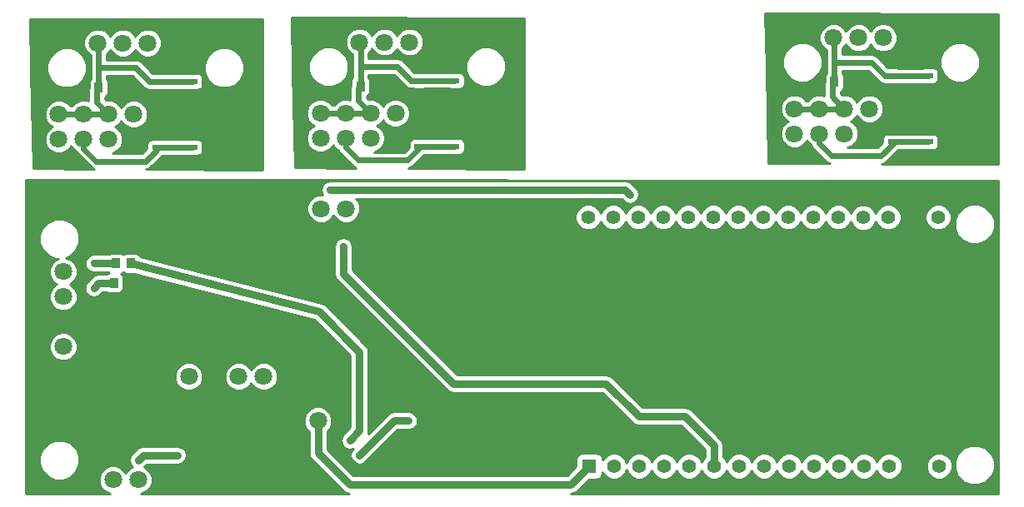
<source format=gbr>
G04 #@! TF.FileFunction,Copper,L1,Top,Signal*
%FSLAX46Y46*%
G04 Gerber Fmt 4.6, Leading zero omitted, Abs format (unit mm)*
G04 Created by KiCad (PCBNEW 4.0.7) date 03/28/19 16:01:04*
%MOMM*%
%LPD*%
G01*
G04 APERTURE LIST*
%ADD10C,0.050000*%
%ADD11R,1.000000X0.600000*%
%ADD12C,1.800000*%
%ADD13R,0.899160X1.000760*%
%ADD14R,0.900000X1.000000*%
%ADD15C,1.397000*%
%ADD16R,1.397000X1.397000*%
%ADD17C,0.700000*%
%ADD18C,0.600000*%
%ADD19C,0.800000*%
%ADD20C,0.254000*%
G04 APERTURE END LIST*
D10*
D11*
X174700000Y-114450000D03*
X174700000Y-116650000D03*
X178300000Y-114450000D03*
X178300000Y-116650000D03*
X178300000Y-112150000D03*
X178300000Y-109950000D03*
X174700000Y-112150000D03*
X174700000Y-109950000D03*
D12*
X169770000Y-115820000D03*
X172310000Y-115820000D03*
X167230000Y-115820000D03*
X164690000Y-115820000D03*
X164690000Y-113280000D03*
X167230000Y-113280000D03*
X172310000Y-113280000D03*
X169770000Y-113280000D03*
X168650000Y-106050000D03*
X171190000Y-106050000D03*
X176259840Y-106050000D03*
X173719840Y-106050000D03*
D13*
X170251840Y-110550000D03*
D14*
X168748160Y-110550000D03*
D11*
X126550000Y-114900000D03*
X126550000Y-117100000D03*
X130150000Y-114900000D03*
X130150000Y-117100000D03*
X130150000Y-112600000D03*
X130150000Y-110400000D03*
X126550000Y-112600000D03*
X126550000Y-110400000D03*
D12*
X121620000Y-116270000D03*
X124160000Y-116270000D03*
X119080000Y-116270000D03*
X116540000Y-116270000D03*
X116540000Y-113730000D03*
X119080000Y-113730000D03*
X124160000Y-113730000D03*
X121620000Y-113730000D03*
X120500000Y-106500000D03*
X123040000Y-106500000D03*
X128109840Y-106500000D03*
X125569840Y-106500000D03*
D13*
X122101840Y-111000000D03*
D14*
X120598160Y-111000000D03*
D12*
X113740160Y-145000000D03*
X116280160Y-145000000D03*
X119126000Y-123444000D03*
X116586000Y-123444000D03*
X114046000Y-123444000D03*
X100540000Y-151000000D03*
X98000000Y-151000000D03*
X95460000Y-151000000D03*
D13*
X97251840Y-129000000D03*
X95748160Y-129000000D03*
X97051840Y-131000000D03*
X95548160Y-131000000D03*
D12*
X103150000Y-140500000D03*
X105690000Y-140500000D03*
X110759840Y-140500000D03*
X108219840Y-140500000D03*
X90400000Y-129850000D03*
X90400000Y-132390000D03*
X90400000Y-137459840D03*
X90400000Y-134919840D03*
D15*
X166609200Y-124300000D03*
X169149200Y-124300000D03*
X164069200Y-124300000D03*
X161529200Y-124300000D03*
X158989200Y-124300000D03*
X179410800Y-149623800D03*
X179309200Y-124300000D03*
X176769200Y-124300000D03*
X171689200Y-124350800D03*
X174229200Y-124300000D03*
X143749200Y-124300000D03*
X146289200Y-124300000D03*
X148829200Y-124300000D03*
X151369200Y-124300000D03*
X156449200Y-124300000D03*
X153909200Y-124300000D03*
X174330800Y-149623800D03*
X176870800Y-149623800D03*
X171790800Y-149623800D03*
X169250800Y-149623800D03*
X166710800Y-149623800D03*
D16*
X143850800Y-149623800D03*
D15*
X146360800Y-149623800D03*
X148930800Y-149623800D03*
X151470800Y-149623800D03*
X154010800Y-149623800D03*
X156550800Y-149623800D03*
X159090800Y-149623800D03*
X164170800Y-149623800D03*
X161630800Y-149623800D03*
D13*
X95501840Y-111100000D03*
D14*
X93998160Y-111100000D03*
D12*
X93900000Y-106600000D03*
X96440000Y-106600000D03*
X101509840Y-106600000D03*
X98969840Y-106600000D03*
X95020000Y-116370000D03*
X97560000Y-116370000D03*
X92480000Y-116370000D03*
X89940000Y-116370000D03*
X89940000Y-113830000D03*
X92480000Y-113830000D03*
X97560000Y-113830000D03*
X95020000Y-113830000D03*
D11*
X103550000Y-112700000D03*
X103550000Y-110500000D03*
X99950000Y-112700000D03*
X99950000Y-110500000D03*
X99950000Y-115000000D03*
X99950000Y-117200000D03*
X103550000Y-115000000D03*
X103550000Y-117200000D03*
D17*
X148000000Y-122000000D03*
X117500000Y-121500000D03*
X118872000Y-127254000D03*
X119500000Y-147000000D03*
X93500000Y-131500000D03*
X125500000Y-145000000D03*
X98000000Y-149000000D03*
X120500000Y-148500000D03*
X102000000Y-148500000D03*
X93500000Y-129000000D03*
D18*
X178300000Y-112150000D02*
X174700000Y-112150000D01*
X178300000Y-114450000D02*
X174700000Y-114450000D01*
X130150000Y-112600000D02*
X126550000Y-112600000D01*
X130150000Y-114900000D02*
X126550000Y-114900000D01*
X103550000Y-115000000D02*
X99950000Y-115000000D01*
X103550000Y-112700000D02*
X99950000Y-112700000D01*
D19*
X116280160Y-145000000D02*
X116280160Y-148280160D01*
X141974600Y-151500000D02*
X143850800Y-149623800D01*
X119500000Y-151500000D02*
X141974600Y-151500000D01*
X116280160Y-148280160D02*
X119500000Y-151500000D01*
X148000000Y-122000000D02*
X147500000Y-121500000D01*
X147500000Y-121500000D02*
X117500000Y-121500000D01*
X148880000Y-144562000D02*
X153562000Y-144562000D01*
X145542000Y-141224000D02*
X130048000Y-141224000D01*
X130048000Y-141224000D02*
X118872000Y-130048000D01*
X118872000Y-130048000D02*
X118872000Y-127254000D01*
X148880000Y-144562000D02*
X145542000Y-141224000D01*
X156550800Y-147550800D02*
X156550800Y-149623800D01*
X153562000Y-144562000D02*
X156550800Y-147550800D01*
X120500000Y-146000000D02*
X119500000Y-147000000D01*
X120500000Y-138000000D02*
X120500000Y-146000000D01*
X97251840Y-129000000D02*
X116400000Y-133900000D01*
X116400000Y-133900000D02*
X120500000Y-138000000D01*
X94000000Y-131000000D02*
X95548160Y-131000000D01*
X93500000Y-131500000D02*
X94000000Y-131000000D01*
X124000000Y-145000000D02*
X125500000Y-145000000D01*
X98000000Y-149000000D02*
X98500000Y-148500000D01*
X98500000Y-148500000D02*
X102000000Y-148500000D01*
X120500000Y-148500000D02*
X124000000Y-145000000D01*
X93500000Y-129000000D02*
X95748160Y-129000000D01*
D18*
X168540000Y-110758160D02*
X168748160Y-110550000D01*
X168540000Y-112050000D02*
X168540000Y-110758160D01*
X169770000Y-113280000D02*
X168540000Y-112050000D01*
X167230000Y-113280000D02*
X169770000Y-113280000D01*
X164690000Y-113280000D02*
X167230000Y-113280000D01*
X168748160Y-106148160D02*
X168650000Y-106050000D01*
X168748160Y-108550000D02*
X168748160Y-106148160D01*
X168748160Y-109050000D02*
X168748160Y-108550000D01*
X168748160Y-110550000D02*
X168748160Y-109050000D01*
X174700000Y-109950000D02*
X178300000Y-109950000D01*
X173900000Y-109950000D02*
X172500000Y-108550000D01*
X172500000Y-108550000D02*
X168748160Y-108550000D01*
X174700000Y-109950000D02*
X173900000Y-109950000D01*
X120390000Y-111208160D02*
X120598160Y-111000000D01*
X120390000Y-112500000D02*
X120390000Y-111208160D01*
X121620000Y-113730000D02*
X120390000Y-112500000D01*
X119080000Y-113730000D02*
X121620000Y-113730000D01*
X116540000Y-113730000D02*
X119080000Y-113730000D01*
X120598160Y-106598160D02*
X120500000Y-106500000D01*
X120598160Y-109000000D02*
X120598160Y-106598160D01*
X120598160Y-109500000D02*
X120598160Y-109000000D01*
X120598160Y-111000000D02*
X120598160Y-109500000D01*
X126550000Y-110400000D02*
X130150000Y-110400000D01*
X125750000Y-110400000D02*
X124350000Y-109000000D01*
X124350000Y-109000000D02*
X120598160Y-109000000D01*
X126550000Y-110400000D02*
X125750000Y-110400000D01*
X99950000Y-110500000D02*
X99150000Y-110500000D01*
X97750000Y-109100000D02*
X93998160Y-109100000D01*
X99150000Y-110500000D02*
X97750000Y-109100000D01*
X99950000Y-110500000D02*
X103550000Y-110500000D01*
X93998160Y-111100000D02*
X93998160Y-109600000D01*
X93998160Y-109600000D02*
X93998160Y-109100000D01*
X93998160Y-109100000D02*
X93998160Y-106698160D01*
X93998160Y-106698160D02*
X93900000Y-106600000D01*
X89940000Y-113830000D02*
X92480000Y-113830000D01*
X92480000Y-113830000D02*
X95020000Y-113830000D01*
X95020000Y-113830000D02*
X93790000Y-112600000D01*
X93790000Y-112600000D02*
X93790000Y-111308160D01*
X93790000Y-111308160D02*
X93998160Y-111100000D01*
X167230000Y-116780000D02*
X168500000Y-118050000D01*
X168500000Y-118050000D02*
X173500000Y-118050000D01*
X173500000Y-118050000D02*
X174700000Y-116850000D01*
X174700000Y-116850000D02*
X174700000Y-116650000D01*
X167230000Y-115820000D02*
X167230000Y-116780000D01*
X174700000Y-116650000D02*
X178300000Y-116650000D01*
X119080000Y-117230000D02*
X120350000Y-118500000D01*
X120350000Y-118500000D02*
X125350000Y-118500000D01*
X125350000Y-118500000D02*
X126550000Y-117300000D01*
X126550000Y-117300000D02*
X126550000Y-117100000D01*
X119080000Y-116270000D02*
X119080000Y-117230000D01*
X126550000Y-117100000D02*
X130150000Y-117100000D01*
X99950000Y-117200000D02*
X103550000Y-117200000D01*
X92480000Y-116370000D02*
X92480000Y-117330000D01*
X99950000Y-117400000D02*
X99950000Y-117200000D01*
X98750000Y-118600000D02*
X99950000Y-117400000D01*
X93750000Y-118600000D02*
X98750000Y-118600000D01*
X92480000Y-117330000D02*
X93750000Y-118600000D01*
D20*
G36*
X185423000Y-120596589D02*
X185423000Y-152423000D01*
X141994709Y-152423000D01*
X142329348Y-152356436D01*
X142630088Y-152155488D01*
X143823993Y-150961583D01*
X144549300Y-150961583D01*
X144781652Y-150917863D01*
X144995053Y-150780543D01*
X145138217Y-150571017D01*
X145188583Y-150322300D01*
X145188583Y-150257830D01*
X145236441Y-150373654D01*
X145608984Y-150746849D01*
X146095985Y-150949069D01*
X146623302Y-150949530D01*
X147110654Y-150748159D01*
X147483849Y-150375616D01*
X147645949Y-149985236D01*
X147806441Y-150373654D01*
X148178984Y-150746849D01*
X148665985Y-150949069D01*
X149193302Y-150949530D01*
X149680654Y-150748159D01*
X150053849Y-150375616D01*
X150200912Y-150021449D01*
X150346441Y-150373654D01*
X150718984Y-150746849D01*
X151205985Y-150949069D01*
X151733302Y-150949530D01*
X152220654Y-150748159D01*
X152593849Y-150375616D01*
X152740912Y-150021449D01*
X152886441Y-150373654D01*
X153258984Y-150746849D01*
X153745985Y-150949069D01*
X154273302Y-150949530D01*
X154760654Y-150748159D01*
X155133849Y-150375616D01*
X155280912Y-150021449D01*
X155426441Y-150373654D01*
X155798984Y-150746849D01*
X156285985Y-150949069D01*
X156813302Y-150949530D01*
X157300654Y-150748159D01*
X157673849Y-150375616D01*
X157820912Y-150021449D01*
X157966441Y-150373654D01*
X158338984Y-150746849D01*
X158825985Y-150949069D01*
X159353302Y-150949530D01*
X159840654Y-150748159D01*
X160213849Y-150375616D01*
X160360912Y-150021449D01*
X160506441Y-150373654D01*
X160878984Y-150746849D01*
X161365985Y-150949069D01*
X161893302Y-150949530D01*
X162380654Y-150748159D01*
X162753849Y-150375616D01*
X162900912Y-150021449D01*
X163046441Y-150373654D01*
X163418984Y-150746849D01*
X163905985Y-150949069D01*
X164433302Y-150949530D01*
X164920654Y-150748159D01*
X165293849Y-150375616D01*
X165440912Y-150021449D01*
X165586441Y-150373654D01*
X165958984Y-150746849D01*
X166445985Y-150949069D01*
X166973302Y-150949530D01*
X167460654Y-150748159D01*
X167833849Y-150375616D01*
X167980912Y-150021449D01*
X168126441Y-150373654D01*
X168498984Y-150746849D01*
X168985985Y-150949069D01*
X169513302Y-150949530D01*
X170000654Y-150748159D01*
X170373849Y-150375616D01*
X170520912Y-150021449D01*
X170666441Y-150373654D01*
X171038984Y-150746849D01*
X171525985Y-150949069D01*
X172053302Y-150949530D01*
X172540654Y-150748159D01*
X172913849Y-150375616D01*
X173060912Y-150021449D01*
X173206441Y-150373654D01*
X173578984Y-150746849D01*
X174065985Y-150949069D01*
X174593302Y-150949530D01*
X175080654Y-150748159D01*
X175453849Y-150375616D01*
X175656069Y-149888615D01*
X175656071Y-149886302D01*
X178085070Y-149886302D01*
X178286441Y-150373654D01*
X178658984Y-150746849D01*
X179145985Y-150949069D01*
X179673302Y-150949530D01*
X180160654Y-150748159D01*
X180533849Y-150375616D01*
X180730749Y-149901426D01*
X180972649Y-149901426D01*
X181280591Y-150646703D01*
X181850298Y-151217405D01*
X182595036Y-151526647D01*
X183401426Y-151527351D01*
X184146703Y-151219409D01*
X184717405Y-150649702D01*
X185026647Y-149904964D01*
X185027351Y-149098574D01*
X184719409Y-148353297D01*
X184149702Y-147782595D01*
X183404964Y-147473353D01*
X182598574Y-147472649D01*
X181853297Y-147780591D01*
X181282595Y-148350298D01*
X180973353Y-149095036D01*
X180972649Y-149901426D01*
X180730749Y-149901426D01*
X180736069Y-149888615D01*
X180736530Y-149361298D01*
X180535159Y-148873946D01*
X180162616Y-148500751D01*
X179675615Y-148298531D01*
X179148298Y-148298070D01*
X178660946Y-148499441D01*
X178287751Y-148871984D01*
X178085531Y-149358985D01*
X178085070Y-149886302D01*
X175656071Y-149886302D01*
X175656530Y-149361298D01*
X175455159Y-148873946D01*
X175082616Y-148500751D01*
X174595615Y-148298531D01*
X174068298Y-148298070D01*
X173580946Y-148499441D01*
X173207751Y-148871984D01*
X173060688Y-149226151D01*
X172915159Y-148873946D01*
X172542616Y-148500751D01*
X172055615Y-148298531D01*
X171528298Y-148298070D01*
X171040946Y-148499441D01*
X170667751Y-148871984D01*
X170520688Y-149226151D01*
X170375159Y-148873946D01*
X170002616Y-148500751D01*
X169515615Y-148298531D01*
X168988298Y-148298070D01*
X168500946Y-148499441D01*
X168127751Y-148871984D01*
X167980688Y-149226151D01*
X167835159Y-148873946D01*
X167462616Y-148500751D01*
X166975615Y-148298531D01*
X166448298Y-148298070D01*
X165960946Y-148499441D01*
X165587751Y-148871984D01*
X165440688Y-149226151D01*
X165295159Y-148873946D01*
X164922616Y-148500751D01*
X164435615Y-148298531D01*
X163908298Y-148298070D01*
X163420946Y-148499441D01*
X163047751Y-148871984D01*
X162900688Y-149226151D01*
X162755159Y-148873946D01*
X162382616Y-148500751D01*
X161895615Y-148298531D01*
X161368298Y-148298070D01*
X160880946Y-148499441D01*
X160507751Y-148871984D01*
X160360688Y-149226151D01*
X160215159Y-148873946D01*
X159842616Y-148500751D01*
X159355615Y-148298531D01*
X158828298Y-148298070D01*
X158340946Y-148499441D01*
X157967751Y-148871984D01*
X157820688Y-149226151D01*
X157675159Y-148873946D01*
X157477800Y-148676242D01*
X157477800Y-147550800D01*
X157407236Y-147196052D01*
X157206288Y-146895312D01*
X154217488Y-143906512D01*
X153916748Y-143705564D01*
X153562000Y-143635000D01*
X149263976Y-143635000D01*
X146197488Y-140568512D01*
X145896748Y-140367564D01*
X145542000Y-140297000D01*
X130431976Y-140297000D01*
X119799000Y-129664024D01*
X119799000Y-127254000D01*
X119728436Y-126899252D01*
X119527488Y-126598512D01*
X119226748Y-126397564D01*
X118872000Y-126327000D01*
X118517252Y-126397564D01*
X118216512Y-126598512D01*
X118015564Y-126899252D01*
X117945000Y-127254000D01*
X117945000Y-130048000D01*
X118015564Y-130402748D01*
X118187044Y-130659386D01*
X118216512Y-130703488D01*
X129392512Y-141879488D01*
X129693253Y-142080437D01*
X130048000Y-142151000D01*
X145158024Y-142151000D01*
X148224512Y-145217488D01*
X148525253Y-145418437D01*
X148880000Y-145489000D01*
X153178024Y-145489000D01*
X155623800Y-147934776D01*
X155623800Y-148676278D01*
X155427751Y-148871984D01*
X155280688Y-149226151D01*
X155135159Y-148873946D01*
X154762616Y-148500751D01*
X154275615Y-148298531D01*
X153748298Y-148298070D01*
X153260946Y-148499441D01*
X152887751Y-148871984D01*
X152740688Y-149226151D01*
X152595159Y-148873946D01*
X152222616Y-148500751D01*
X151735615Y-148298531D01*
X151208298Y-148298070D01*
X150720946Y-148499441D01*
X150347751Y-148871984D01*
X150200688Y-149226151D01*
X150055159Y-148873946D01*
X149682616Y-148500751D01*
X149195615Y-148298531D01*
X148668298Y-148298070D01*
X148180946Y-148499441D01*
X147807751Y-148871984D01*
X147645651Y-149262364D01*
X147485159Y-148873946D01*
X147112616Y-148500751D01*
X146625615Y-148298531D01*
X146098298Y-148298070D01*
X145610946Y-148499441D01*
X145237751Y-148871984D01*
X145188583Y-148990394D01*
X145188583Y-148925300D01*
X145144863Y-148692948D01*
X145007543Y-148479547D01*
X144798017Y-148336383D01*
X144549300Y-148286017D01*
X143152300Y-148286017D01*
X142919948Y-148329737D01*
X142706547Y-148467057D01*
X142563383Y-148676583D01*
X142513017Y-148925300D01*
X142513017Y-149650607D01*
X141590624Y-150573000D01*
X119883976Y-150573000D01*
X117207160Y-147896184D01*
X117207160Y-146090941D01*
X117489207Y-145809386D01*
X117706912Y-145285093D01*
X117707408Y-144717397D01*
X117490617Y-144192725D01*
X117089546Y-143790953D01*
X116565253Y-143573248D01*
X115997557Y-143572752D01*
X115472885Y-143789543D01*
X115071113Y-144190614D01*
X114853408Y-144714907D01*
X114852912Y-145282603D01*
X115069703Y-145807275D01*
X115353160Y-146091227D01*
X115353160Y-148280160D01*
X115423724Y-148634908D01*
X115582133Y-148871984D01*
X115624672Y-148935648D01*
X118844512Y-152155488D01*
X119145252Y-152356436D01*
X119479891Y-152423000D01*
X98292884Y-152423000D01*
X98807275Y-152210457D01*
X99209047Y-151809386D01*
X99426752Y-151285093D01*
X99427248Y-150717397D01*
X99210457Y-150192725D01*
X98809386Y-149790953D01*
X98589436Y-149699622D01*
X98655488Y-149655488D01*
X98883976Y-149427000D01*
X102000000Y-149427000D01*
X102354748Y-149356436D01*
X102655488Y-149155488D01*
X102856436Y-148854748D01*
X102927000Y-148500000D01*
X102856436Y-148145252D01*
X102655488Y-147844512D01*
X102354748Y-147643564D01*
X102000000Y-147573000D01*
X98500000Y-147573000D01*
X98145253Y-147643563D01*
X97844512Y-147844512D01*
X97344512Y-148344512D01*
X97143564Y-148645253D01*
X97073000Y-149000000D01*
X97143564Y-149354747D01*
X97344512Y-149655488D01*
X97410482Y-149699567D01*
X97192725Y-149789543D01*
X96790953Y-150190614D01*
X96730119Y-150337118D01*
X96670457Y-150192725D01*
X96269386Y-149790953D01*
X95745093Y-149573248D01*
X95177397Y-149572752D01*
X94652725Y-149789543D01*
X94250953Y-150190614D01*
X94033248Y-150714907D01*
X94032752Y-151282603D01*
X94249543Y-151807275D01*
X94650614Y-152209047D01*
X95165871Y-152423000D01*
X86577000Y-152423000D01*
X86577000Y-149401426D01*
X87972649Y-149401426D01*
X88280591Y-150146703D01*
X88850298Y-150717405D01*
X89595036Y-151026647D01*
X90401426Y-151027351D01*
X91146703Y-150719409D01*
X91717405Y-150149702D01*
X92026647Y-149404964D01*
X92027351Y-148598574D01*
X91719409Y-147853297D01*
X91149702Y-147282595D01*
X90404964Y-146973353D01*
X89598574Y-146972649D01*
X88853297Y-147280591D01*
X88282595Y-147850298D01*
X87973353Y-148595036D01*
X87972649Y-149401426D01*
X86577000Y-149401426D01*
X86577000Y-140782603D01*
X101722752Y-140782603D01*
X101939543Y-141307275D01*
X102340614Y-141709047D01*
X102864907Y-141926752D01*
X103432603Y-141927248D01*
X103957275Y-141710457D01*
X104359047Y-141309386D01*
X104576752Y-140785093D01*
X104576754Y-140782603D01*
X106792592Y-140782603D01*
X107009383Y-141307275D01*
X107410454Y-141709047D01*
X107934747Y-141926752D01*
X108502443Y-141927248D01*
X109027115Y-141710457D01*
X109428887Y-141309386D01*
X109489721Y-141162882D01*
X109549383Y-141307275D01*
X109950454Y-141709047D01*
X110474747Y-141926752D01*
X111042443Y-141927248D01*
X111567115Y-141710457D01*
X111968887Y-141309386D01*
X112186592Y-140785093D01*
X112187088Y-140217397D01*
X111970297Y-139692725D01*
X111569226Y-139290953D01*
X111044933Y-139073248D01*
X110477237Y-139072752D01*
X109952565Y-139289543D01*
X109550793Y-139690614D01*
X109489959Y-139837118D01*
X109430297Y-139692725D01*
X109029226Y-139290953D01*
X108504933Y-139073248D01*
X107937237Y-139072752D01*
X107412565Y-139289543D01*
X107010793Y-139690614D01*
X106793088Y-140214907D01*
X106792592Y-140782603D01*
X104576754Y-140782603D01*
X104577248Y-140217397D01*
X104360457Y-139692725D01*
X103959386Y-139290953D01*
X103435093Y-139073248D01*
X102867397Y-139072752D01*
X102342725Y-139289543D01*
X101940953Y-139690614D01*
X101723248Y-140214907D01*
X101722752Y-140782603D01*
X86577000Y-140782603D01*
X86577000Y-137742443D01*
X88972752Y-137742443D01*
X89189543Y-138267115D01*
X89590614Y-138668887D01*
X90114907Y-138886592D01*
X90682603Y-138887088D01*
X91207275Y-138670297D01*
X91609047Y-138269226D01*
X91826752Y-137744933D01*
X91827248Y-137177237D01*
X91610457Y-136652565D01*
X91209386Y-136250793D01*
X90685093Y-136033088D01*
X90117397Y-136032592D01*
X89592725Y-136249383D01*
X89190953Y-136650454D01*
X88973248Y-137174747D01*
X88972752Y-137742443D01*
X86577000Y-137742443D01*
X86577000Y-126901426D01*
X87972649Y-126901426D01*
X88280591Y-127646703D01*
X88850298Y-128217405D01*
X89595036Y-128526647D01*
X89865382Y-128526883D01*
X89592725Y-128639543D01*
X89190953Y-129040614D01*
X88973248Y-129564907D01*
X88972752Y-130132603D01*
X89189543Y-130657275D01*
X89590614Y-131059047D01*
X89737118Y-131119881D01*
X89592725Y-131179543D01*
X89190953Y-131580614D01*
X88973248Y-132104907D01*
X88972752Y-132672603D01*
X89189543Y-133197275D01*
X89590614Y-133599047D01*
X90114907Y-133816752D01*
X90682603Y-133817248D01*
X91207275Y-133600457D01*
X91609047Y-133199386D01*
X91826752Y-132675093D01*
X91827248Y-132107397D01*
X91610457Y-131582725D01*
X91209386Y-131180953D01*
X91062882Y-131120119D01*
X91207275Y-131060457D01*
X91609047Y-130659386D01*
X91826752Y-130135093D01*
X91827248Y-129567397D01*
X91610457Y-129042725D01*
X91567807Y-129000000D01*
X92573000Y-129000000D01*
X92643564Y-129354748D01*
X92844512Y-129655488D01*
X93145252Y-129856436D01*
X93500000Y-129927000D01*
X94989468Y-129927000D01*
X95053531Y-129970772D01*
X94903286Y-129999043D01*
X94788354Y-130073000D01*
X94000000Y-130073000D01*
X93645253Y-130143563D01*
X93344512Y-130344512D01*
X92844512Y-130844512D01*
X92643564Y-131145253D01*
X92573000Y-131500000D01*
X92643564Y-131854747D01*
X92844512Y-132155488D01*
X93145253Y-132356436D01*
X93500000Y-132427000D01*
X93854747Y-132356436D01*
X94155488Y-132155488D01*
X94383976Y-131927000D01*
X94789468Y-131927000D01*
X94889531Y-131995370D01*
X95098580Y-132037704D01*
X95997740Y-132037704D01*
X96193034Y-132000957D01*
X96372400Y-131885538D01*
X96492730Y-131709429D01*
X96535064Y-131500380D01*
X96535064Y-130499620D01*
X96498317Y-130304326D01*
X96382898Y-130124960D01*
X96242789Y-130029228D01*
X96393034Y-130000957D01*
X96500335Y-129931911D01*
X96593211Y-129995370D01*
X96802260Y-130037704D01*
X97567718Y-130037704D01*
X115924117Y-134735093D01*
X119573000Y-138383976D01*
X119573000Y-145616024D01*
X118844512Y-146344512D01*
X118643564Y-146645253D01*
X118573000Y-147000000D01*
X118643564Y-147354747D01*
X118844512Y-147655488D01*
X119145253Y-147856436D01*
X119500000Y-147927000D01*
X119833755Y-147860612D01*
X119643564Y-148145253D01*
X119573000Y-148500000D01*
X119643564Y-148854747D01*
X119844512Y-149155488D01*
X120145253Y-149356436D01*
X120500000Y-149427000D01*
X120854747Y-149356436D01*
X121155488Y-149155488D01*
X124383976Y-145927000D01*
X125500000Y-145927000D01*
X125854748Y-145856436D01*
X126155488Y-145655488D01*
X126356436Y-145354748D01*
X126427000Y-145000000D01*
X126356436Y-144645252D01*
X126155488Y-144344512D01*
X125854748Y-144143564D01*
X125500000Y-144073000D01*
X124000000Y-144073000D01*
X123645252Y-144143564D01*
X123344512Y-144344512D01*
X121361939Y-146327085D01*
X121427000Y-146000000D01*
X121427000Y-138000000D01*
X121375769Y-137742443D01*
X121356437Y-137645253D01*
X121155488Y-137344512D01*
X117055488Y-133244512D01*
X117000309Y-133207643D01*
X116955993Y-133158245D01*
X116851285Y-133108069D01*
X116754747Y-133043564D01*
X116689661Y-133030618D01*
X116629813Y-133001938D01*
X98188091Y-128282715D01*
X98086578Y-128124960D01*
X97910469Y-128004630D01*
X97701420Y-127962296D01*
X96802260Y-127962296D01*
X96606966Y-127999043D01*
X96499665Y-128068089D01*
X96406789Y-128004630D01*
X96197740Y-127962296D01*
X95298580Y-127962296D01*
X95103286Y-127999043D01*
X94988354Y-128073000D01*
X93500000Y-128073000D01*
X93145252Y-128143564D01*
X92844512Y-128344512D01*
X92643564Y-128645252D01*
X92573000Y-129000000D01*
X91567807Y-129000000D01*
X91209386Y-128640953D01*
X90685093Y-128423248D01*
X90653442Y-128423220D01*
X91146703Y-128219409D01*
X91717405Y-127649702D01*
X92026647Y-126904964D01*
X92027351Y-126098574D01*
X91719409Y-125353297D01*
X91149702Y-124782595D01*
X90404964Y-124473353D01*
X89598574Y-124472649D01*
X88853297Y-124780591D01*
X88282595Y-125350298D01*
X87973353Y-126095036D01*
X87972649Y-126901426D01*
X86577000Y-126901426D01*
X86577000Y-123726603D01*
X115158752Y-123726603D01*
X115375543Y-124251275D01*
X115776614Y-124653047D01*
X116300907Y-124870752D01*
X116868603Y-124871248D01*
X117393275Y-124654457D01*
X117795047Y-124253386D01*
X117855881Y-124106882D01*
X117915543Y-124251275D01*
X118316614Y-124653047D01*
X118840907Y-124870752D01*
X119408603Y-124871248D01*
X119933275Y-124654457D01*
X120025390Y-124562502D01*
X142423470Y-124562502D01*
X142624841Y-125049854D01*
X142997384Y-125423049D01*
X143484385Y-125625269D01*
X144011702Y-125625730D01*
X144499054Y-125424359D01*
X144872249Y-125051816D01*
X145019312Y-124697649D01*
X145164841Y-125049854D01*
X145537384Y-125423049D01*
X146024385Y-125625269D01*
X146551702Y-125625730D01*
X147039054Y-125424359D01*
X147412249Y-125051816D01*
X147559312Y-124697649D01*
X147704841Y-125049854D01*
X148077384Y-125423049D01*
X148564385Y-125625269D01*
X149091702Y-125625730D01*
X149579054Y-125424359D01*
X149952249Y-125051816D01*
X150099312Y-124697649D01*
X150244841Y-125049854D01*
X150617384Y-125423049D01*
X151104385Y-125625269D01*
X151631702Y-125625730D01*
X152119054Y-125424359D01*
X152492249Y-125051816D01*
X152639312Y-124697649D01*
X152784841Y-125049854D01*
X153157384Y-125423049D01*
X153644385Y-125625269D01*
X154171702Y-125625730D01*
X154659054Y-125424359D01*
X155032249Y-125051816D01*
X155179312Y-124697649D01*
X155324841Y-125049854D01*
X155697384Y-125423049D01*
X156184385Y-125625269D01*
X156711702Y-125625730D01*
X157199054Y-125424359D01*
X157572249Y-125051816D01*
X157719312Y-124697649D01*
X157864841Y-125049854D01*
X158237384Y-125423049D01*
X158724385Y-125625269D01*
X159251702Y-125625730D01*
X159739054Y-125424359D01*
X160112249Y-125051816D01*
X160259312Y-124697649D01*
X160404841Y-125049854D01*
X160777384Y-125423049D01*
X161264385Y-125625269D01*
X161791702Y-125625730D01*
X162279054Y-125424359D01*
X162652249Y-125051816D01*
X162799312Y-124697649D01*
X162944841Y-125049854D01*
X163317384Y-125423049D01*
X163804385Y-125625269D01*
X164331702Y-125625730D01*
X164819054Y-125424359D01*
X165192249Y-125051816D01*
X165339312Y-124697649D01*
X165484841Y-125049854D01*
X165857384Y-125423049D01*
X166344385Y-125625269D01*
X166871702Y-125625730D01*
X167359054Y-125424359D01*
X167732249Y-125051816D01*
X167879312Y-124697649D01*
X168024841Y-125049854D01*
X168397384Y-125423049D01*
X168884385Y-125625269D01*
X169411702Y-125625730D01*
X169899054Y-125424359D01*
X170272249Y-125051816D01*
X170408791Y-124722986D01*
X170564841Y-125100654D01*
X170937384Y-125473849D01*
X171424385Y-125676069D01*
X171951702Y-125676530D01*
X172439054Y-125475159D01*
X172812249Y-125102616D01*
X172969833Y-124723111D01*
X173104841Y-125049854D01*
X173477384Y-125423049D01*
X173964385Y-125625269D01*
X174491702Y-125625730D01*
X174979054Y-125424359D01*
X175352249Y-125051816D01*
X175554469Y-124564815D01*
X175554471Y-124562502D01*
X177983470Y-124562502D01*
X178184841Y-125049854D01*
X178557384Y-125423049D01*
X179044385Y-125625269D01*
X179571702Y-125625730D01*
X180059054Y-125424359D01*
X180082027Y-125401426D01*
X180972649Y-125401426D01*
X181280591Y-126146703D01*
X181850298Y-126717405D01*
X182595036Y-127026647D01*
X183401426Y-127027351D01*
X184146703Y-126719409D01*
X184717405Y-126149702D01*
X185026647Y-125404964D01*
X185027351Y-124598574D01*
X184719409Y-123853297D01*
X184149702Y-123282595D01*
X183404964Y-122973353D01*
X182598574Y-122972649D01*
X181853297Y-123280591D01*
X181282595Y-123850298D01*
X180973353Y-124595036D01*
X180972649Y-125401426D01*
X180082027Y-125401426D01*
X180432249Y-125051816D01*
X180634469Y-124564815D01*
X180634930Y-124037498D01*
X180433559Y-123550146D01*
X180061016Y-123176951D01*
X179574015Y-122974731D01*
X179046698Y-122974270D01*
X178559346Y-123175641D01*
X178186151Y-123548184D01*
X177983931Y-124035185D01*
X177983470Y-124562502D01*
X175554471Y-124562502D01*
X175554930Y-124037498D01*
X175353559Y-123550146D01*
X174981016Y-123176951D01*
X174494015Y-122974731D01*
X173966698Y-122974270D01*
X173479346Y-123175641D01*
X173106151Y-123548184D01*
X172948567Y-123927689D01*
X172813559Y-123600946D01*
X172441016Y-123227751D01*
X171954015Y-123025531D01*
X171426698Y-123025070D01*
X170939346Y-123226441D01*
X170566151Y-123598984D01*
X170429609Y-123927814D01*
X170273559Y-123550146D01*
X169901016Y-123176951D01*
X169414015Y-122974731D01*
X168886698Y-122974270D01*
X168399346Y-123175641D01*
X168026151Y-123548184D01*
X167879088Y-123902351D01*
X167733559Y-123550146D01*
X167361016Y-123176951D01*
X166874015Y-122974731D01*
X166346698Y-122974270D01*
X165859346Y-123175641D01*
X165486151Y-123548184D01*
X165339088Y-123902351D01*
X165193559Y-123550146D01*
X164821016Y-123176951D01*
X164334015Y-122974731D01*
X163806698Y-122974270D01*
X163319346Y-123175641D01*
X162946151Y-123548184D01*
X162799088Y-123902351D01*
X162653559Y-123550146D01*
X162281016Y-123176951D01*
X161794015Y-122974731D01*
X161266698Y-122974270D01*
X160779346Y-123175641D01*
X160406151Y-123548184D01*
X160259088Y-123902351D01*
X160113559Y-123550146D01*
X159741016Y-123176951D01*
X159254015Y-122974731D01*
X158726698Y-122974270D01*
X158239346Y-123175641D01*
X157866151Y-123548184D01*
X157719088Y-123902351D01*
X157573559Y-123550146D01*
X157201016Y-123176951D01*
X156714015Y-122974731D01*
X156186698Y-122974270D01*
X155699346Y-123175641D01*
X155326151Y-123548184D01*
X155179088Y-123902351D01*
X155033559Y-123550146D01*
X154661016Y-123176951D01*
X154174015Y-122974731D01*
X153646698Y-122974270D01*
X153159346Y-123175641D01*
X152786151Y-123548184D01*
X152639088Y-123902351D01*
X152493559Y-123550146D01*
X152121016Y-123176951D01*
X151634015Y-122974731D01*
X151106698Y-122974270D01*
X150619346Y-123175641D01*
X150246151Y-123548184D01*
X150099088Y-123902351D01*
X149953559Y-123550146D01*
X149581016Y-123176951D01*
X149094015Y-122974731D01*
X148566698Y-122974270D01*
X148079346Y-123175641D01*
X147706151Y-123548184D01*
X147559088Y-123902351D01*
X147413559Y-123550146D01*
X147041016Y-123176951D01*
X146554015Y-122974731D01*
X146026698Y-122974270D01*
X145539346Y-123175641D01*
X145166151Y-123548184D01*
X145019088Y-123902351D01*
X144873559Y-123550146D01*
X144501016Y-123176951D01*
X144014015Y-122974731D01*
X143486698Y-122974270D01*
X142999346Y-123175641D01*
X142626151Y-123548184D01*
X142423931Y-124035185D01*
X142423470Y-124562502D01*
X120025390Y-124562502D01*
X120335047Y-124253386D01*
X120552752Y-123729093D01*
X120553248Y-123161397D01*
X120336457Y-122636725D01*
X120127098Y-122427000D01*
X147116024Y-122427000D01*
X147344512Y-122655488D01*
X147645253Y-122856437D01*
X148000000Y-122927000D01*
X148354747Y-122856437D01*
X148655488Y-122655488D01*
X148856437Y-122354747D01*
X148927000Y-122000000D01*
X148856437Y-121645253D01*
X148655488Y-121344512D01*
X148155488Y-120844512D01*
X147854748Y-120643564D01*
X147500000Y-120573000D01*
X117500000Y-120573000D01*
X117145252Y-120643564D01*
X116844512Y-120844512D01*
X116643564Y-121145252D01*
X116573000Y-121500000D01*
X116643564Y-121854748D01*
X116752074Y-122017144D01*
X116303397Y-122016752D01*
X115778725Y-122233543D01*
X115376953Y-122634614D01*
X115159248Y-123158907D01*
X115158752Y-123726603D01*
X86577000Y-123726603D01*
X86577000Y-120527335D01*
X185423000Y-120596589D01*
X185423000Y-120596589D01*
G37*
X185423000Y-120596589D02*
X185423000Y-152423000D01*
X141994709Y-152423000D01*
X142329348Y-152356436D01*
X142630088Y-152155488D01*
X143823993Y-150961583D01*
X144549300Y-150961583D01*
X144781652Y-150917863D01*
X144995053Y-150780543D01*
X145138217Y-150571017D01*
X145188583Y-150322300D01*
X145188583Y-150257830D01*
X145236441Y-150373654D01*
X145608984Y-150746849D01*
X146095985Y-150949069D01*
X146623302Y-150949530D01*
X147110654Y-150748159D01*
X147483849Y-150375616D01*
X147645949Y-149985236D01*
X147806441Y-150373654D01*
X148178984Y-150746849D01*
X148665985Y-150949069D01*
X149193302Y-150949530D01*
X149680654Y-150748159D01*
X150053849Y-150375616D01*
X150200912Y-150021449D01*
X150346441Y-150373654D01*
X150718984Y-150746849D01*
X151205985Y-150949069D01*
X151733302Y-150949530D01*
X152220654Y-150748159D01*
X152593849Y-150375616D01*
X152740912Y-150021449D01*
X152886441Y-150373654D01*
X153258984Y-150746849D01*
X153745985Y-150949069D01*
X154273302Y-150949530D01*
X154760654Y-150748159D01*
X155133849Y-150375616D01*
X155280912Y-150021449D01*
X155426441Y-150373654D01*
X155798984Y-150746849D01*
X156285985Y-150949069D01*
X156813302Y-150949530D01*
X157300654Y-150748159D01*
X157673849Y-150375616D01*
X157820912Y-150021449D01*
X157966441Y-150373654D01*
X158338984Y-150746849D01*
X158825985Y-150949069D01*
X159353302Y-150949530D01*
X159840654Y-150748159D01*
X160213849Y-150375616D01*
X160360912Y-150021449D01*
X160506441Y-150373654D01*
X160878984Y-150746849D01*
X161365985Y-150949069D01*
X161893302Y-150949530D01*
X162380654Y-150748159D01*
X162753849Y-150375616D01*
X162900912Y-150021449D01*
X163046441Y-150373654D01*
X163418984Y-150746849D01*
X163905985Y-150949069D01*
X164433302Y-150949530D01*
X164920654Y-150748159D01*
X165293849Y-150375616D01*
X165440912Y-150021449D01*
X165586441Y-150373654D01*
X165958984Y-150746849D01*
X166445985Y-150949069D01*
X166973302Y-150949530D01*
X167460654Y-150748159D01*
X167833849Y-150375616D01*
X167980912Y-150021449D01*
X168126441Y-150373654D01*
X168498984Y-150746849D01*
X168985985Y-150949069D01*
X169513302Y-150949530D01*
X170000654Y-150748159D01*
X170373849Y-150375616D01*
X170520912Y-150021449D01*
X170666441Y-150373654D01*
X171038984Y-150746849D01*
X171525985Y-150949069D01*
X172053302Y-150949530D01*
X172540654Y-150748159D01*
X172913849Y-150375616D01*
X173060912Y-150021449D01*
X173206441Y-150373654D01*
X173578984Y-150746849D01*
X174065985Y-150949069D01*
X174593302Y-150949530D01*
X175080654Y-150748159D01*
X175453849Y-150375616D01*
X175656069Y-149888615D01*
X175656071Y-149886302D01*
X178085070Y-149886302D01*
X178286441Y-150373654D01*
X178658984Y-150746849D01*
X179145985Y-150949069D01*
X179673302Y-150949530D01*
X180160654Y-150748159D01*
X180533849Y-150375616D01*
X180730749Y-149901426D01*
X180972649Y-149901426D01*
X181280591Y-150646703D01*
X181850298Y-151217405D01*
X182595036Y-151526647D01*
X183401426Y-151527351D01*
X184146703Y-151219409D01*
X184717405Y-150649702D01*
X185026647Y-149904964D01*
X185027351Y-149098574D01*
X184719409Y-148353297D01*
X184149702Y-147782595D01*
X183404964Y-147473353D01*
X182598574Y-147472649D01*
X181853297Y-147780591D01*
X181282595Y-148350298D01*
X180973353Y-149095036D01*
X180972649Y-149901426D01*
X180730749Y-149901426D01*
X180736069Y-149888615D01*
X180736530Y-149361298D01*
X180535159Y-148873946D01*
X180162616Y-148500751D01*
X179675615Y-148298531D01*
X179148298Y-148298070D01*
X178660946Y-148499441D01*
X178287751Y-148871984D01*
X178085531Y-149358985D01*
X178085070Y-149886302D01*
X175656071Y-149886302D01*
X175656530Y-149361298D01*
X175455159Y-148873946D01*
X175082616Y-148500751D01*
X174595615Y-148298531D01*
X174068298Y-148298070D01*
X173580946Y-148499441D01*
X173207751Y-148871984D01*
X173060688Y-149226151D01*
X172915159Y-148873946D01*
X172542616Y-148500751D01*
X172055615Y-148298531D01*
X171528298Y-148298070D01*
X171040946Y-148499441D01*
X170667751Y-148871984D01*
X170520688Y-149226151D01*
X170375159Y-148873946D01*
X170002616Y-148500751D01*
X169515615Y-148298531D01*
X168988298Y-148298070D01*
X168500946Y-148499441D01*
X168127751Y-148871984D01*
X167980688Y-149226151D01*
X167835159Y-148873946D01*
X167462616Y-148500751D01*
X166975615Y-148298531D01*
X166448298Y-148298070D01*
X165960946Y-148499441D01*
X165587751Y-148871984D01*
X165440688Y-149226151D01*
X165295159Y-148873946D01*
X164922616Y-148500751D01*
X164435615Y-148298531D01*
X163908298Y-148298070D01*
X163420946Y-148499441D01*
X163047751Y-148871984D01*
X162900688Y-149226151D01*
X162755159Y-148873946D01*
X162382616Y-148500751D01*
X161895615Y-148298531D01*
X161368298Y-148298070D01*
X160880946Y-148499441D01*
X160507751Y-148871984D01*
X160360688Y-149226151D01*
X160215159Y-148873946D01*
X159842616Y-148500751D01*
X159355615Y-148298531D01*
X158828298Y-148298070D01*
X158340946Y-148499441D01*
X157967751Y-148871984D01*
X157820688Y-149226151D01*
X157675159Y-148873946D01*
X157477800Y-148676242D01*
X157477800Y-147550800D01*
X157407236Y-147196052D01*
X157206288Y-146895312D01*
X154217488Y-143906512D01*
X153916748Y-143705564D01*
X153562000Y-143635000D01*
X149263976Y-143635000D01*
X146197488Y-140568512D01*
X145896748Y-140367564D01*
X145542000Y-140297000D01*
X130431976Y-140297000D01*
X119799000Y-129664024D01*
X119799000Y-127254000D01*
X119728436Y-126899252D01*
X119527488Y-126598512D01*
X119226748Y-126397564D01*
X118872000Y-126327000D01*
X118517252Y-126397564D01*
X118216512Y-126598512D01*
X118015564Y-126899252D01*
X117945000Y-127254000D01*
X117945000Y-130048000D01*
X118015564Y-130402748D01*
X118187044Y-130659386D01*
X118216512Y-130703488D01*
X129392512Y-141879488D01*
X129693253Y-142080437D01*
X130048000Y-142151000D01*
X145158024Y-142151000D01*
X148224512Y-145217488D01*
X148525253Y-145418437D01*
X148880000Y-145489000D01*
X153178024Y-145489000D01*
X155623800Y-147934776D01*
X155623800Y-148676278D01*
X155427751Y-148871984D01*
X155280688Y-149226151D01*
X155135159Y-148873946D01*
X154762616Y-148500751D01*
X154275615Y-148298531D01*
X153748298Y-148298070D01*
X153260946Y-148499441D01*
X152887751Y-148871984D01*
X152740688Y-149226151D01*
X152595159Y-148873946D01*
X152222616Y-148500751D01*
X151735615Y-148298531D01*
X151208298Y-148298070D01*
X150720946Y-148499441D01*
X150347751Y-148871984D01*
X150200688Y-149226151D01*
X150055159Y-148873946D01*
X149682616Y-148500751D01*
X149195615Y-148298531D01*
X148668298Y-148298070D01*
X148180946Y-148499441D01*
X147807751Y-148871984D01*
X147645651Y-149262364D01*
X147485159Y-148873946D01*
X147112616Y-148500751D01*
X146625615Y-148298531D01*
X146098298Y-148298070D01*
X145610946Y-148499441D01*
X145237751Y-148871984D01*
X145188583Y-148990394D01*
X145188583Y-148925300D01*
X145144863Y-148692948D01*
X145007543Y-148479547D01*
X144798017Y-148336383D01*
X144549300Y-148286017D01*
X143152300Y-148286017D01*
X142919948Y-148329737D01*
X142706547Y-148467057D01*
X142563383Y-148676583D01*
X142513017Y-148925300D01*
X142513017Y-149650607D01*
X141590624Y-150573000D01*
X119883976Y-150573000D01*
X117207160Y-147896184D01*
X117207160Y-146090941D01*
X117489207Y-145809386D01*
X117706912Y-145285093D01*
X117707408Y-144717397D01*
X117490617Y-144192725D01*
X117089546Y-143790953D01*
X116565253Y-143573248D01*
X115997557Y-143572752D01*
X115472885Y-143789543D01*
X115071113Y-144190614D01*
X114853408Y-144714907D01*
X114852912Y-145282603D01*
X115069703Y-145807275D01*
X115353160Y-146091227D01*
X115353160Y-148280160D01*
X115423724Y-148634908D01*
X115582133Y-148871984D01*
X115624672Y-148935648D01*
X118844512Y-152155488D01*
X119145252Y-152356436D01*
X119479891Y-152423000D01*
X98292884Y-152423000D01*
X98807275Y-152210457D01*
X99209047Y-151809386D01*
X99426752Y-151285093D01*
X99427248Y-150717397D01*
X99210457Y-150192725D01*
X98809386Y-149790953D01*
X98589436Y-149699622D01*
X98655488Y-149655488D01*
X98883976Y-149427000D01*
X102000000Y-149427000D01*
X102354748Y-149356436D01*
X102655488Y-149155488D01*
X102856436Y-148854748D01*
X102927000Y-148500000D01*
X102856436Y-148145252D01*
X102655488Y-147844512D01*
X102354748Y-147643564D01*
X102000000Y-147573000D01*
X98500000Y-147573000D01*
X98145253Y-147643563D01*
X97844512Y-147844512D01*
X97344512Y-148344512D01*
X97143564Y-148645253D01*
X97073000Y-149000000D01*
X97143564Y-149354747D01*
X97344512Y-149655488D01*
X97410482Y-149699567D01*
X97192725Y-149789543D01*
X96790953Y-150190614D01*
X96730119Y-150337118D01*
X96670457Y-150192725D01*
X96269386Y-149790953D01*
X95745093Y-149573248D01*
X95177397Y-149572752D01*
X94652725Y-149789543D01*
X94250953Y-150190614D01*
X94033248Y-150714907D01*
X94032752Y-151282603D01*
X94249543Y-151807275D01*
X94650614Y-152209047D01*
X95165871Y-152423000D01*
X86577000Y-152423000D01*
X86577000Y-149401426D01*
X87972649Y-149401426D01*
X88280591Y-150146703D01*
X88850298Y-150717405D01*
X89595036Y-151026647D01*
X90401426Y-151027351D01*
X91146703Y-150719409D01*
X91717405Y-150149702D01*
X92026647Y-149404964D01*
X92027351Y-148598574D01*
X91719409Y-147853297D01*
X91149702Y-147282595D01*
X90404964Y-146973353D01*
X89598574Y-146972649D01*
X88853297Y-147280591D01*
X88282595Y-147850298D01*
X87973353Y-148595036D01*
X87972649Y-149401426D01*
X86577000Y-149401426D01*
X86577000Y-140782603D01*
X101722752Y-140782603D01*
X101939543Y-141307275D01*
X102340614Y-141709047D01*
X102864907Y-141926752D01*
X103432603Y-141927248D01*
X103957275Y-141710457D01*
X104359047Y-141309386D01*
X104576752Y-140785093D01*
X104576754Y-140782603D01*
X106792592Y-140782603D01*
X107009383Y-141307275D01*
X107410454Y-141709047D01*
X107934747Y-141926752D01*
X108502443Y-141927248D01*
X109027115Y-141710457D01*
X109428887Y-141309386D01*
X109489721Y-141162882D01*
X109549383Y-141307275D01*
X109950454Y-141709047D01*
X110474747Y-141926752D01*
X111042443Y-141927248D01*
X111567115Y-141710457D01*
X111968887Y-141309386D01*
X112186592Y-140785093D01*
X112187088Y-140217397D01*
X111970297Y-139692725D01*
X111569226Y-139290953D01*
X111044933Y-139073248D01*
X110477237Y-139072752D01*
X109952565Y-139289543D01*
X109550793Y-139690614D01*
X109489959Y-139837118D01*
X109430297Y-139692725D01*
X109029226Y-139290953D01*
X108504933Y-139073248D01*
X107937237Y-139072752D01*
X107412565Y-139289543D01*
X107010793Y-139690614D01*
X106793088Y-140214907D01*
X106792592Y-140782603D01*
X104576754Y-140782603D01*
X104577248Y-140217397D01*
X104360457Y-139692725D01*
X103959386Y-139290953D01*
X103435093Y-139073248D01*
X102867397Y-139072752D01*
X102342725Y-139289543D01*
X101940953Y-139690614D01*
X101723248Y-140214907D01*
X101722752Y-140782603D01*
X86577000Y-140782603D01*
X86577000Y-137742443D01*
X88972752Y-137742443D01*
X89189543Y-138267115D01*
X89590614Y-138668887D01*
X90114907Y-138886592D01*
X90682603Y-138887088D01*
X91207275Y-138670297D01*
X91609047Y-138269226D01*
X91826752Y-137744933D01*
X91827248Y-137177237D01*
X91610457Y-136652565D01*
X91209386Y-136250793D01*
X90685093Y-136033088D01*
X90117397Y-136032592D01*
X89592725Y-136249383D01*
X89190953Y-136650454D01*
X88973248Y-137174747D01*
X88972752Y-137742443D01*
X86577000Y-137742443D01*
X86577000Y-126901426D01*
X87972649Y-126901426D01*
X88280591Y-127646703D01*
X88850298Y-128217405D01*
X89595036Y-128526647D01*
X89865382Y-128526883D01*
X89592725Y-128639543D01*
X89190953Y-129040614D01*
X88973248Y-129564907D01*
X88972752Y-130132603D01*
X89189543Y-130657275D01*
X89590614Y-131059047D01*
X89737118Y-131119881D01*
X89592725Y-131179543D01*
X89190953Y-131580614D01*
X88973248Y-132104907D01*
X88972752Y-132672603D01*
X89189543Y-133197275D01*
X89590614Y-133599047D01*
X90114907Y-133816752D01*
X90682603Y-133817248D01*
X91207275Y-133600457D01*
X91609047Y-133199386D01*
X91826752Y-132675093D01*
X91827248Y-132107397D01*
X91610457Y-131582725D01*
X91209386Y-131180953D01*
X91062882Y-131120119D01*
X91207275Y-131060457D01*
X91609047Y-130659386D01*
X91826752Y-130135093D01*
X91827248Y-129567397D01*
X91610457Y-129042725D01*
X91567807Y-129000000D01*
X92573000Y-129000000D01*
X92643564Y-129354748D01*
X92844512Y-129655488D01*
X93145252Y-129856436D01*
X93500000Y-129927000D01*
X94989468Y-129927000D01*
X95053531Y-129970772D01*
X94903286Y-129999043D01*
X94788354Y-130073000D01*
X94000000Y-130073000D01*
X93645253Y-130143563D01*
X93344512Y-130344512D01*
X92844512Y-130844512D01*
X92643564Y-131145253D01*
X92573000Y-131500000D01*
X92643564Y-131854747D01*
X92844512Y-132155488D01*
X93145253Y-132356436D01*
X93500000Y-132427000D01*
X93854747Y-132356436D01*
X94155488Y-132155488D01*
X94383976Y-131927000D01*
X94789468Y-131927000D01*
X94889531Y-131995370D01*
X95098580Y-132037704D01*
X95997740Y-132037704D01*
X96193034Y-132000957D01*
X96372400Y-131885538D01*
X96492730Y-131709429D01*
X96535064Y-131500380D01*
X96535064Y-130499620D01*
X96498317Y-130304326D01*
X96382898Y-130124960D01*
X96242789Y-130029228D01*
X96393034Y-130000957D01*
X96500335Y-129931911D01*
X96593211Y-129995370D01*
X96802260Y-130037704D01*
X97567718Y-130037704D01*
X115924117Y-134735093D01*
X119573000Y-138383976D01*
X119573000Y-145616024D01*
X118844512Y-146344512D01*
X118643564Y-146645253D01*
X118573000Y-147000000D01*
X118643564Y-147354747D01*
X118844512Y-147655488D01*
X119145253Y-147856436D01*
X119500000Y-147927000D01*
X119833755Y-147860612D01*
X119643564Y-148145253D01*
X119573000Y-148500000D01*
X119643564Y-148854747D01*
X119844512Y-149155488D01*
X120145253Y-149356436D01*
X120500000Y-149427000D01*
X120854747Y-149356436D01*
X121155488Y-149155488D01*
X124383976Y-145927000D01*
X125500000Y-145927000D01*
X125854748Y-145856436D01*
X126155488Y-145655488D01*
X126356436Y-145354748D01*
X126427000Y-145000000D01*
X126356436Y-144645252D01*
X126155488Y-144344512D01*
X125854748Y-144143564D01*
X125500000Y-144073000D01*
X124000000Y-144073000D01*
X123645252Y-144143564D01*
X123344512Y-144344512D01*
X121361939Y-146327085D01*
X121427000Y-146000000D01*
X121427000Y-138000000D01*
X121375769Y-137742443D01*
X121356437Y-137645253D01*
X121155488Y-137344512D01*
X117055488Y-133244512D01*
X117000309Y-133207643D01*
X116955993Y-133158245D01*
X116851285Y-133108069D01*
X116754747Y-133043564D01*
X116689661Y-133030618D01*
X116629813Y-133001938D01*
X98188091Y-128282715D01*
X98086578Y-128124960D01*
X97910469Y-128004630D01*
X97701420Y-127962296D01*
X96802260Y-127962296D01*
X96606966Y-127999043D01*
X96499665Y-128068089D01*
X96406789Y-128004630D01*
X96197740Y-127962296D01*
X95298580Y-127962296D01*
X95103286Y-127999043D01*
X94988354Y-128073000D01*
X93500000Y-128073000D01*
X93145252Y-128143564D01*
X92844512Y-128344512D01*
X92643564Y-128645252D01*
X92573000Y-129000000D01*
X91567807Y-129000000D01*
X91209386Y-128640953D01*
X90685093Y-128423248D01*
X90653442Y-128423220D01*
X91146703Y-128219409D01*
X91717405Y-127649702D01*
X92026647Y-126904964D01*
X92027351Y-126098574D01*
X91719409Y-125353297D01*
X91149702Y-124782595D01*
X90404964Y-124473353D01*
X89598574Y-124472649D01*
X88853297Y-124780591D01*
X88282595Y-125350298D01*
X87973353Y-126095036D01*
X87972649Y-126901426D01*
X86577000Y-126901426D01*
X86577000Y-123726603D01*
X115158752Y-123726603D01*
X115375543Y-124251275D01*
X115776614Y-124653047D01*
X116300907Y-124870752D01*
X116868603Y-124871248D01*
X117393275Y-124654457D01*
X117795047Y-124253386D01*
X117855881Y-124106882D01*
X117915543Y-124251275D01*
X118316614Y-124653047D01*
X118840907Y-124870752D01*
X119408603Y-124871248D01*
X119933275Y-124654457D01*
X120025390Y-124562502D01*
X142423470Y-124562502D01*
X142624841Y-125049854D01*
X142997384Y-125423049D01*
X143484385Y-125625269D01*
X144011702Y-125625730D01*
X144499054Y-125424359D01*
X144872249Y-125051816D01*
X145019312Y-124697649D01*
X145164841Y-125049854D01*
X145537384Y-125423049D01*
X146024385Y-125625269D01*
X146551702Y-125625730D01*
X147039054Y-125424359D01*
X147412249Y-125051816D01*
X147559312Y-124697649D01*
X147704841Y-125049854D01*
X148077384Y-125423049D01*
X148564385Y-125625269D01*
X149091702Y-125625730D01*
X149579054Y-125424359D01*
X149952249Y-125051816D01*
X150099312Y-124697649D01*
X150244841Y-125049854D01*
X150617384Y-125423049D01*
X151104385Y-125625269D01*
X151631702Y-125625730D01*
X152119054Y-125424359D01*
X152492249Y-125051816D01*
X152639312Y-124697649D01*
X152784841Y-125049854D01*
X153157384Y-125423049D01*
X153644385Y-125625269D01*
X154171702Y-125625730D01*
X154659054Y-125424359D01*
X155032249Y-125051816D01*
X155179312Y-124697649D01*
X155324841Y-125049854D01*
X155697384Y-125423049D01*
X156184385Y-125625269D01*
X156711702Y-125625730D01*
X157199054Y-125424359D01*
X157572249Y-125051816D01*
X157719312Y-124697649D01*
X157864841Y-125049854D01*
X158237384Y-125423049D01*
X158724385Y-125625269D01*
X159251702Y-125625730D01*
X159739054Y-125424359D01*
X160112249Y-125051816D01*
X160259312Y-124697649D01*
X160404841Y-125049854D01*
X160777384Y-125423049D01*
X161264385Y-125625269D01*
X161791702Y-125625730D01*
X162279054Y-125424359D01*
X162652249Y-125051816D01*
X162799312Y-124697649D01*
X162944841Y-125049854D01*
X163317384Y-125423049D01*
X163804385Y-125625269D01*
X164331702Y-125625730D01*
X164819054Y-125424359D01*
X165192249Y-125051816D01*
X165339312Y-124697649D01*
X165484841Y-125049854D01*
X165857384Y-125423049D01*
X166344385Y-125625269D01*
X166871702Y-125625730D01*
X167359054Y-125424359D01*
X167732249Y-125051816D01*
X167879312Y-124697649D01*
X168024841Y-125049854D01*
X168397384Y-125423049D01*
X168884385Y-125625269D01*
X169411702Y-125625730D01*
X169899054Y-125424359D01*
X170272249Y-125051816D01*
X170408791Y-124722986D01*
X170564841Y-125100654D01*
X170937384Y-125473849D01*
X171424385Y-125676069D01*
X171951702Y-125676530D01*
X172439054Y-125475159D01*
X172812249Y-125102616D01*
X172969833Y-124723111D01*
X173104841Y-125049854D01*
X173477384Y-125423049D01*
X173964385Y-125625269D01*
X174491702Y-125625730D01*
X174979054Y-125424359D01*
X175352249Y-125051816D01*
X175554469Y-124564815D01*
X175554471Y-124562502D01*
X177983470Y-124562502D01*
X178184841Y-125049854D01*
X178557384Y-125423049D01*
X179044385Y-125625269D01*
X179571702Y-125625730D01*
X180059054Y-125424359D01*
X180082027Y-125401426D01*
X180972649Y-125401426D01*
X181280591Y-126146703D01*
X181850298Y-126717405D01*
X182595036Y-127026647D01*
X183401426Y-127027351D01*
X184146703Y-126719409D01*
X184717405Y-126149702D01*
X185026647Y-125404964D01*
X185027351Y-124598574D01*
X184719409Y-123853297D01*
X184149702Y-123282595D01*
X183404964Y-122973353D01*
X182598574Y-122972649D01*
X181853297Y-123280591D01*
X181282595Y-123850298D01*
X180973353Y-124595036D01*
X180972649Y-125401426D01*
X180082027Y-125401426D01*
X180432249Y-125051816D01*
X180634469Y-124564815D01*
X180634930Y-124037498D01*
X180433559Y-123550146D01*
X180061016Y-123176951D01*
X179574015Y-122974731D01*
X179046698Y-122974270D01*
X178559346Y-123175641D01*
X178186151Y-123548184D01*
X177983931Y-124035185D01*
X177983470Y-124562502D01*
X175554471Y-124562502D01*
X175554930Y-124037498D01*
X175353559Y-123550146D01*
X174981016Y-123176951D01*
X174494015Y-122974731D01*
X173966698Y-122974270D01*
X173479346Y-123175641D01*
X173106151Y-123548184D01*
X172948567Y-123927689D01*
X172813559Y-123600946D01*
X172441016Y-123227751D01*
X171954015Y-123025531D01*
X171426698Y-123025070D01*
X170939346Y-123226441D01*
X170566151Y-123598984D01*
X170429609Y-123927814D01*
X170273559Y-123550146D01*
X169901016Y-123176951D01*
X169414015Y-122974731D01*
X168886698Y-122974270D01*
X168399346Y-123175641D01*
X168026151Y-123548184D01*
X167879088Y-123902351D01*
X167733559Y-123550146D01*
X167361016Y-123176951D01*
X166874015Y-122974731D01*
X166346698Y-122974270D01*
X165859346Y-123175641D01*
X165486151Y-123548184D01*
X165339088Y-123902351D01*
X165193559Y-123550146D01*
X164821016Y-123176951D01*
X164334015Y-122974731D01*
X163806698Y-122974270D01*
X163319346Y-123175641D01*
X162946151Y-123548184D01*
X162799088Y-123902351D01*
X162653559Y-123550146D01*
X162281016Y-123176951D01*
X161794015Y-122974731D01*
X161266698Y-122974270D01*
X160779346Y-123175641D01*
X160406151Y-123548184D01*
X160259088Y-123902351D01*
X160113559Y-123550146D01*
X159741016Y-123176951D01*
X159254015Y-122974731D01*
X158726698Y-122974270D01*
X158239346Y-123175641D01*
X157866151Y-123548184D01*
X157719088Y-123902351D01*
X157573559Y-123550146D01*
X157201016Y-123176951D01*
X156714015Y-122974731D01*
X156186698Y-122974270D01*
X155699346Y-123175641D01*
X155326151Y-123548184D01*
X155179088Y-123902351D01*
X155033559Y-123550146D01*
X154661016Y-123176951D01*
X154174015Y-122974731D01*
X153646698Y-122974270D01*
X153159346Y-123175641D01*
X152786151Y-123548184D01*
X152639088Y-123902351D01*
X152493559Y-123550146D01*
X152121016Y-123176951D01*
X151634015Y-122974731D01*
X151106698Y-122974270D01*
X150619346Y-123175641D01*
X150246151Y-123548184D01*
X150099088Y-123902351D01*
X149953559Y-123550146D01*
X149581016Y-123176951D01*
X149094015Y-122974731D01*
X148566698Y-122974270D01*
X148079346Y-123175641D01*
X147706151Y-123548184D01*
X147559088Y-123902351D01*
X147413559Y-123550146D01*
X147041016Y-123176951D01*
X146554015Y-122974731D01*
X146026698Y-122974270D01*
X145539346Y-123175641D01*
X145166151Y-123548184D01*
X145019088Y-123902351D01*
X144873559Y-123550146D01*
X144501016Y-123176951D01*
X144014015Y-122974731D01*
X143486698Y-122974270D01*
X142999346Y-123175641D01*
X142626151Y-123548184D01*
X142423931Y-124035185D01*
X142423470Y-124562502D01*
X120025390Y-124562502D01*
X120335047Y-124253386D01*
X120552752Y-123729093D01*
X120553248Y-123161397D01*
X120336457Y-122636725D01*
X120127098Y-122427000D01*
X147116024Y-122427000D01*
X147344512Y-122655488D01*
X147645253Y-122856437D01*
X148000000Y-122927000D01*
X148354747Y-122856437D01*
X148655488Y-122655488D01*
X148856437Y-122354747D01*
X148927000Y-122000000D01*
X148856437Y-121645253D01*
X148655488Y-121344512D01*
X148155488Y-120844512D01*
X147854748Y-120643564D01*
X147500000Y-120573000D01*
X117500000Y-120573000D01*
X117145252Y-120643564D01*
X116844512Y-120844512D01*
X116643564Y-121145252D01*
X116573000Y-121500000D01*
X116643564Y-121854748D01*
X116752074Y-122017144D01*
X116303397Y-122016752D01*
X115778725Y-122233543D01*
X115376953Y-122634614D01*
X115159248Y-123158907D01*
X115158752Y-123726603D01*
X86577000Y-123726603D01*
X86577000Y-120527335D01*
X185423000Y-120596589D01*
G36*
X110632918Y-104196628D02*
X110623082Y-119472352D01*
X98824252Y-119412230D01*
X99066479Y-119364048D01*
X99334777Y-119184777D01*
X100489701Y-118029854D01*
X100504867Y-118027000D01*
X102999019Y-118027000D01*
X103050000Y-118037324D01*
X104050000Y-118037324D01*
X104245294Y-118000577D01*
X104424660Y-117885158D01*
X104544990Y-117709049D01*
X104587324Y-117500000D01*
X104587324Y-116900000D01*
X104550577Y-116704706D01*
X104435158Y-116525340D01*
X104259049Y-116405010D01*
X104050000Y-116362676D01*
X103050000Y-116362676D01*
X102995133Y-116373000D01*
X100500981Y-116373000D01*
X100450000Y-116362676D01*
X99450000Y-116362676D01*
X99254706Y-116399423D01*
X99075340Y-116514842D01*
X98955010Y-116690951D01*
X98912676Y-116900000D01*
X98912676Y-117267769D01*
X98407446Y-117773000D01*
X95361287Y-117773000D01*
X95827275Y-117580457D01*
X96229047Y-117179386D01*
X96446752Y-116655093D01*
X96447248Y-116087397D01*
X96230457Y-115562725D01*
X95829386Y-115160953D01*
X95682882Y-115100119D01*
X95827275Y-115040457D01*
X96229047Y-114639386D01*
X96289881Y-114492882D01*
X96349543Y-114637275D01*
X96750614Y-115039047D01*
X97274907Y-115256752D01*
X97842603Y-115257248D01*
X98367275Y-115040457D01*
X98769047Y-114639386D01*
X98986752Y-114115093D01*
X98987248Y-113547397D01*
X98770457Y-113022725D01*
X98369386Y-112620953D01*
X97845093Y-112403248D01*
X97277397Y-112402752D01*
X96752725Y-112619543D01*
X96350953Y-113020614D01*
X96290119Y-113167118D01*
X96230457Y-113022725D01*
X95829386Y-112620953D01*
X95305093Y-112403248D01*
X94762328Y-112402774D01*
X94617000Y-112257446D01*
X94617000Y-112105555D01*
X94643454Y-112100577D01*
X94822820Y-111985158D01*
X94943150Y-111809049D01*
X94985484Y-111600000D01*
X94985484Y-110600000D01*
X94948737Y-110404706D01*
X94833318Y-110225340D01*
X94825160Y-110219766D01*
X94825160Y-109927000D01*
X97407446Y-109927000D01*
X98565223Y-111084777D01*
X98833521Y-111264048D01*
X99150000Y-111327000D01*
X99399019Y-111327000D01*
X99450000Y-111337324D01*
X100450000Y-111337324D01*
X100504867Y-111327000D01*
X102999019Y-111327000D01*
X103050000Y-111337324D01*
X104050000Y-111337324D01*
X104245294Y-111300577D01*
X104424660Y-111185158D01*
X104544990Y-111009049D01*
X104587324Y-110800000D01*
X104587324Y-110200000D01*
X104550577Y-110004706D01*
X104435158Y-109825340D01*
X104259049Y-109705010D01*
X104050000Y-109662676D01*
X103050000Y-109662676D01*
X102995133Y-109673000D01*
X100500981Y-109673000D01*
X100450000Y-109662676D01*
X99482230Y-109662676D01*
X99320980Y-109501426D01*
X104722649Y-109501426D01*
X105030591Y-110246703D01*
X105600298Y-110817405D01*
X106345036Y-111126647D01*
X107151426Y-111127351D01*
X107896703Y-110819409D01*
X108467405Y-110249702D01*
X108776647Y-109504964D01*
X108777351Y-108698574D01*
X108469409Y-107953297D01*
X107899702Y-107382595D01*
X107154964Y-107073353D01*
X106348574Y-107072649D01*
X105603297Y-107380591D01*
X105032595Y-107950298D01*
X104723353Y-108695036D01*
X104722649Y-109501426D01*
X99320980Y-109501426D01*
X98334777Y-108515223D01*
X98066479Y-108335952D01*
X97750000Y-108273000D01*
X94825160Y-108273000D01*
X94825160Y-107692778D01*
X95109047Y-107409386D01*
X95169881Y-107262882D01*
X95229543Y-107407275D01*
X95630614Y-107809047D01*
X96154907Y-108026752D01*
X96722603Y-108027248D01*
X97247275Y-107810457D01*
X97649047Y-107409386D01*
X97704788Y-107275146D01*
X97759383Y-107407275D01*
X98160454Y-107809047D01*
X98684747Y-108026752D01*
X99252443Y-108027248D01*
X99777115Y-107810457D01*
X100178887Y-107409386D01*
X100396592Y-106885093D01*
X100397088Y-106317397D01*
X100180297Y-105792725D01*
X99779226Y-105390953D01*
X99254933Y-105173248D01*
X98687237Y-105172752D01*
X98162565Y-105389543D01*
X97760793Y-105790614D01*
X97705052Y-105924854D01*
X97650457Y-105792725D01*
X97249386Y-105390953D01*
X96725093Y-105173248D01*
X96157397Y-105172752D01*
X95632725Y-105389543D01*
X95230953Y-105790614D01*
X95170119Y-105937118D01*
X95110457Y-105792725D01*
X94709386Y-105390953D01*
X94185093Y-105173248D01*
X93617397Y-105172752D01*
X93092725Y-105389543D01*
X92690953Y-105790614D01*
X92473248Y-106314907D01*
X92472752Y-106882603D01*
X92689543Y-107407275D01*
X93090614Y-107809047D01*
X93171160Y-107842493D01*
X93171160Y-110218267D01*
X93053170Y-110390951D01*
X93010836Y-110600000D01*
X93010836Y-111067674D01*
X92963000Y-111308160D01*
X92963000Y-112485426D01*
X92765093Y-112403248D01*
X92197397Y-112402752D01*
X91672725Y-112619543D01*
X91288598Y-113003000D01*
X91130766Y-113003000D01*
X90749386Y-112620953D01*
X90225093Y-112403248D01*
X89657397Y-112402752D01*
X89132725Y-112619543D01*
X88730953Y-113020614D01*
X88513248Y-113544907D01*
X88512752Y-114112603D01*
X88729543Y-114637275D01*
X89130614Y-115039047D01*
X89277118Y-115099881D01*
X89132725Y-115159543D01*
X88730953Y-115560614D01*
X88513248Y-116084907D01*
X88512752Y-116652603D01*
X88729543Y-117177275D01*
X89130614Y-117579047D01*
X89654907Y-117796752D01*
X90222603Y-117797248D01*
X90747275Y-117580457D01*
X91149047Y-117179386D01*
X91209881Y-117032882D01*
X91269543Y-117177275D01*
X91670614Y-117579047D01*
X91705413Y-117593497D01*
X91715952Y-117646479D01*
X91895223Y-117914777D01*
X93165223Y-119184777D01*
X93433521Y-119364048D01*
X93540392Y-119385306D01*
X87324176Y-119353631D01*
X87101420Y-109501426D01*
X88722649Y-109501426D01*
X89030591Y-110246703D01*
X89600298Y-110817405D01*
X90345036Y-111126647D01*
X91151426Y-111127351D01*
X91896703Y-110819409D01*
X92467405Y-110249702D01*
X92776647Y-109504964D01*
X92777351Y-108698574D01*
X92469409Y-107953297D01*
X91899702Y-107382595D01*
X91154964Y-107073353D01*
X90348574Y-107072649D01*
X89603297Y-107380591D01*
X89032595Y-107950298D01*
X88723353Y-108695036D01*
X88722649Y-109501426D01*
X87101420Y-109501426D01*
X86979913Y-104127380D01*
X110632918Y-104196628D01*
X110632918Y-104196628D01*
G37*
X110632918Y-104196628D02*
X110623082Y-119472352D01*
X98824252Y-119412230D01*
X99066479Y-119364048D01*
X99334777Y-119184777D01*
X100489701Y-118029854D01*
X100504867Y-118027000D01*
X102999019Y-118027000D01*
X103050000Y-118037324D01*
X104050000Y-118037324D01*
X104245294Y-118000577D01*
X104424660Y-117885158D01*
X104544990Y-117709049D01*
X104587324Y-117500000D01*
X104587324Y-116900000D01*
X104550577Y-116704706D01*
X104435158Y-116525340D01*
X104259049Y-116405010D01*
X104050000Y-116362676D01*
X103050000Y-116362676D01*
X102995133Y-116373000D01*
X100500981Y-116373000D01*
X100450000Y-116362676D01*
X99450000Y-116362676D01*
X99254706Y-116399423D01*
X99075340Y-116514842D01*
X98955010Y-116690951D01*
X98912676Y-116900000D01*
X98912676Y-117267769D01*
X98407446Y-117773000D01*
X95361287Y-117773000D01*
X95827275Y-117580457D01*
X96229047Y-117179386D01*
X96446752Y-116655093D01*
X96447248Y-116087397D01*
X96230457Y-115562725D01*
X95829386Y-115160953D01*
X95682882Y-115100119D01*
X95827275Y-115040457D01*
X96229047Y-114639386D01*
X96289881Y-114492882D01*
X96349543Y-114637275D01*
X96750614Y-115039047D01*
X97274907Y-115256752D01*
X97842603Y-115257248D01*
X98367275Y-115040457D01*
X98769047Y-114639386D01*
X98986752Y-114115093D01*
X98987248Y-113547397D01*
X98770457Y-113022725D01*
X98369386Y-112620953D01*
X97845093Y-112403248D01*
X97277397Y-112402752D01*
X96752725Y-112619543D01*
X96350953Y-113020614D01*
X96290119Y-113167118D01*
X96230457Y-113022725D01*
X95829386Y-112620953D01*
X95305093Y-112403248D01*
X94762328Y-112402774D01*
X94617000Y-112257446D01*
X94617000Y-112105555D01*
X94643454Y-112100577D01*
X94822820Y-111985158D01*
X94943150Y-111809049D01*
X94985484Y-111600000D01*
X94985484Y-110600000D01*
X94948737Y-110404706D01*
X94833318Y-110225340D01*
X94825160Y-110219766D01*
X94825160Y-109927000D01*
X97407446Y-109927000D01*
X98565223Y-111084777D01*
X98833521Y-111264048D01*
X99150000Y-111327000D01*
X99399019Y-111327000D01*
X99450000Y-111337324D01*
X100450000Y-111337324D01*
X100504867Y-111327000D01*
X102999019Y-111327000D01*
X103050000Y-111337324D01*
X104050000Y-111337324D01*
X104245294Y-111300577D01*
X104424660Y-111185158D01*
X104544990Y-111009049D01*
X104587324Y-110800000D01*
X104587324Y-110200000D01*
X104550577Y-110004706D01*
X104435158Y-109825340D01*
X104259049Y-109705010D01*
X104050000Y-109662676D01*
X103050000Y-109662676D01*
X102995133Y-109673000D01*
X100500981Y-109673000D01*
X100450000Y-109662676D01*
X99482230Y-109662676D01*
X99320980Y-109501426D01*
X104722649Y-109501426D01*
X105030591Y-110246703D01*
X105600298Y-110817405D01*
X106345036Y-111126647D01*
X107151426Y-111127351D01*
X107896703Y-110819409D01*
X108467405Y-110249702D01*
X108776647Y-109504964D01*
X108777351Y-108698574D01*
X108469409Y-107953297D01*
X107899702Y-107382595D01*
X107154964Y-107073353D01*
X106348574Y-107072649D01*
X105603297Y-107380591D01*
X105032595Y-107950298D01*
X104723353Y-108695036D01*
X104722649Y-109501426D01*
X99320980Y-109501426D01*
X98334777Y-108515223D01*
X98066479Y-108335952D01*
X97750000Y-108273000D01*
X94825160Y-108273000D01*
X94825160Y-107692778D01*
X95109047Y-107409386D01*
X95169881Y-107262882D01*
X95229543Y-107407275D01*
X95630614Y-107809047D01*
X96154907Y-108026752D01*
X96722603Y-108027248D01*
X97247275Y-107810457D01*
X97649047Y-107409386D01*
X97704788Y-107275146D01*
X97759383Y-107407275D01*
X98160454Y-107809047D01*
X98684747Y-108026752D01*
X99252443Y-108027248D01*
X99777115Y-107810457D01*
X100178887Y-107409386D01*
X100396592Y-106885093D01*
X100397088Y-106317397D01*
X100180297Y-105792725D01*
X99779226Y-105390953D01*
X99254933Y-105173248D01*
X98687237Y-105172752D01*
X98162565Y-105389543D01*
X97760793Y-105790614D01*
X97705052Y-105924854D01*
X97650457Y-105792725D01*
X97249386Y-105390953D01*
X96725093Y-105173248D01*
X96157397Y-105172752D01*
X95632725Y-105389543D01*
X95230953Y-105790614D01*
X95170119Y-105937118D01*
X95110457Y-105792725D01*
X94709386Y-105390953D01*
X94185093Y-105173248D01*
X93617397Y-105172752D01*
X93092725Y-105389543D01*
X92690953Y-105790614D01*
X92473248Y-106314907D01*
X92472752Y-106882603D01*
X92689543Y-107407275D01*
X93090614Y-107809047D01*
X93171160Y-107842493D01*
X93171160Y-110218267D01*
X93053170Y-110390951D01*
X93010836Y-110600000D01*
X93010836Y-111067674D01*
X92963000Y-111308160D01*
X92963000Y-112485426D01*
X92765093Y-112403248D01*
X92197397Y-112402752D01*
X91672725Y-112619543D01*
X91288598Y-113003000D01*
X91130766Y-113003000D01*
X90749386Y-112620953D01*
X90225093Y-112403248D01*
X89657397Y-112402752D01*
X89132725Y-112619543D01*
X88730953Y-113020614D01*
X88513248Y-113544907D01*
X88512752Y-114112603D01*
X88729543Y-114637275D01*
X89130614Y-115039047D01*
X89277118Y-115099881D01*
X89132725Y-115159543D01*
X88730953Y-115560614D01*
X88513248Y-116084907D01*
X88512752Y-116652603D01*
X88729543Y-117177275D01*
X89130614Y-117579047D01*
X89654907Y-117796752D01*
X90222603Y-117797248D01*
X90747275Y-117580457D01*
X91149047Y-117179386D01*
X91209881Y-117032882D01*
X91269543Y-117177275D01*
X91670614Y-117579047D01*
X91705413Y-117593497D01*
X91715952Y-117646479D01*
X91895223Y-117914777D01*
X93165223Y-119184777D01*
X93433521Y-119364048D01*
X93540392Y-119385306D01*
X87324176Y-119353631D01*
X87101420Y-109501426D01*
X88722649Y-109501426D01*
X89030591Y-110246703D01*
X89600298Y-110817405D01*
X90345036Y-111126647D01*
X91151426Y-111127351D01*
X91896703Y-110819409D01*
X92467405Y-110249702D01*
X92776647Y-109504964D01*
X92777351Y-108698574D01*
X92469409Y-107953297D01*
X91899702Y-107382595D01*
X91154964Y-107073353D01*
X90348574Y-107072649D01*
X89603297Y-107380591D01*
X89032595Y-107950298D01*
X88723353Y-108695036D01*
X88722649Y-109501426D01*
X87101420Y-109501426D01*
X86979913Y-104127380D01*
X110632918Y-104196628D01*
G36*
X137232918Y-104096628D02*
X137223082Y-119372352D01*
X125424252Y-119312230D01*
X125666479Y-119264048D01*
X125934777Y-119084777D01*
X127089701Y-117929854D01*
X127104867Y-117927000D01*
X129599019Y-117927000D01*
X129650000Y-117937324D01*
X130650000Y-117937324D01*
X130845294Y-117900577D01*
X131024660Y-117785158D01*
X131144990Y-117609049D01*
X131187324Y-117400000D01*
X131187324Y-116800000D01*
X131150577Y-116604706D01*
X131035158Y-116425340D01*
X130859049Y-116305010D01*
X130650000Y-116262676D01*
X129650000Y-116262676D01*
X129595133Y-116273000D01*
X127100981Y-116273000D01*
X127050000Y-116262676D01*
X126050000Y-116262676D01*
X125854706Y-116299423D01*
X125675340Y-116414842D01*
X125555010Y-116590951D01*
X125512676Y-116800000D01*
X125512676Y-117167769D01*
X125007446Y-117673000D01*
X121961287Y-117673000D01*
X122427275Y-117480457D01*
X122829047Y-117079386D01*
X123046752Y-116555093D01*
X123047248Y-115987397D01*
X122830457Y-115462725D01*
X122429386Y-115060953D01*
X122282882Y-115000119D01*
X122427275Y-114940457D01*
X122829047Y-114539386D01*
X122889881Y-114392882D01*
X122949543Y-114537275D01*
X123350614Y-114939047D01*
X123874907Y-115156752D01*
X124442603Y-115157248D01*
X124967275Y-114940457D01*
X125369047Y-114539386D01*
X125586752Y-114015093D01*
X125587248Y-113447397D01*
X125370457Y-112922725D01*
X124969386Y-112520953D01*
X124445093Y-112303248D01*
X123877397Y-112302752D01*
X123352725Y-112519543D01*
X122950953Y-112920614D01*
X122890119Y-113067118D01*
X122830457Y-112922725D01*
X122429386Y-112520953D01*
X121905093Y-112303248D01*
X121362328Y-112302774D01*
X121217000Y-112157446D01*
X121217000Y-112005555D01*
X121243454Y-112000577D01*
X121422820Y-111885158D01*
X121543150Y-111709049D01*
X121585484Y-111500000D01*
X121585484Y-110500000D01*
X121548737Y-110304706D01*
X121433318Y-110125340D01*
X121425160Y-110119766D01*
X121425160Y-109827000D01*
X124007446Y-109827000D01*
X125165223Y-110984777D01*
X125433521Y-111164048D01*
X125750000Y-111227000D01*
X125999019Y-111227000D01*
X126050000Y-111237324D01*
X127050000Y-111237324D01*
X127104867Y-111227000D01*
X129599019Y-111227000D01*
X129650000Y-111237324D01*
X130650000Y-111237324D01*
X130845294Y-111200577D01*
X131024660Y-111085158D01*
X131144990Y-110909049D01*
X131187324Y-110700000D01*
X131187324Y-110100000D01*
X131150577Y-109904706D01*
X131035158Y-109725340D01*
X130859049Y-109605010D01*
X130650000Y-109562676D01*
X129650000Y-109562676D01*
X129595133Y-109573000D01*
X127100981Y-109573000D01*
X127050000Y-109562676D01*
X126082230Y-109562676D01*
X125920980Y-109401426D01*
X131322649Y-109401426D01*
X131630591Y-110146703D01*
X132200298Y-110717405D01*
X132945036Y-111026647D01*
X133751426Y-111027351D01*
X134496703Y-110719409D01*
X135067405Y-110149702D01*
X135376647Y-109404964D01*
X135377351Y-108598574D01*
X135069409Y-107853297D01*
X134499702Y-107282595D01*
X133754964Y-106973353D01*
X132948574Y-106972649D01*
X132203297Y-107280591D01*
X131632595Y-107850298D01*
X131323353Y-108595036D01*
X131322649Y-109401426D01*
X125920980Y-109401426D01*
X124934777Y-108415223D01*
X124666479Y-108235952D01*
X124350000Y-108173000D01*
X121425160Y-108173000D01*
X121425160Y-107592778D01*
X121709047Y-107309386D01*
X121769881Y-107162882D01*
X121829543Y-107307275D01*
X122230614Y-107709047D01*
X122754907Y-107926752D01*
X123322603Y-107927248D01*
X123847275Y-107710457D01*
X124249047Y-107309386D01*
X124304788Y-107175146D01*
X124359383Y-107307275D01*
X124760454Y-107709047D01*
X125284747Y-107926752D01*
X125852443Y-107927248D01*
X126377115Y-107710457D01*
X126778887Y-107309386D01*
X126996592Y-106785093D01*
X126997088Y-106217397D01*
X126780297Y-105692725D01*
X126379226Y-105290953D01*
X125854933Y-105073248D01*
X125287237Y-105072752D01*
X124762565Y-105289543D01*
X124360793Y-105690614D01*
X124305052Y-105824854D01*
X124250457Y-105692725D01*
X123849386Y-105290953D01*
X123325093Y-105073248D01*
X122757397Y-105072752D01*
X122232725Y-105289543D01*
X121830953Y-105690614D01*
X121770119Y-105837118D01*
X121710457Y-105692725D01*
X121309386Y-105290953D01*
X120785093Y-105073248D01*
X120217397Y-105072752D01*
X119692725Y-105289543D01*
X119290953Y-105690614D01*
X119073248Y-106214907D01*
X119072752Y-106782603D01*
X119289543Y-107307275D01*
X119690614Y-107709047D01*
X119771160Y-107742493D01*
X119771160Y-110118267D01*
X119653170Y-110290951D01*
X119610836Y-110500000D01*
X119610836Y-110967674D01*
X119563000Y-111208160D01*
X119563000Y-112385426D01*
X119365093Y-112303248D01*
X118797397Y-112302752D01*
X118272725Y-112519543D01*
X117888598Y-112903000D01*
X117730766Y-112903000D01*
X117349386Y-112520953D01*
X116825093Y-112303248D01*
X116257397Y-112302752D01*
X115732725Y-112519543D01*
X115330953Y-112920614D01*
X115113248Y-113444907D01*
X115112752Y-114012603D01*
X115329543Y-114537275D01*
X115730614Y-114939047D01*
X115877118Y-114999881D01*
X115732725Y-115059543D01*
X115330953Y-115460614D01*
X115113248Y-115984907D01*
X115112752Y-116552603D01*
X115329543Y-117077275D01*
X115730614Y-117479047D01*
X116254907Y-117696752D01*
X116822603Y-117697248D01*
X117347275Y-117480457D01*
X117749047Y-117079386D01*
X117809881Y-116932882D01*
X117869543Y-117077275D01*
X118270614Y-117479047D01*
X118305413Y-117493497D01*
X118315952Y-117546479D01*
X118495223Y-117814777D01*
X119765223Y-119084777D01*
X120033521Y-119264048D01*
X120140392Y-119285306D01*
X113924176Y-119253631D01*
X113701420Y-109401426D01*
X115322649Y-109401426D01*
X115630591Y-110146703D01*
X116200298Y-110717405D01*
X116945036Y-111026647D01*
X117751426Y-111027351D01*
X118496703Y-110719409D01*
X119067405Y-110149702D01*
X119376647Y-109404964D01*
X119377351Y-108598574D01*
X119069409Y-107853297D01*
X118499702Y-107282595D01*
X117754964Y-106973353D01*
X116948574Y-106972649D01*
X116203297Y-107280591D01*
X115632595Y-107850298D01*
X115323353Y-108595036D01*
X115322649Y-109401426D01*
X113701420Y-109401426D01*
X113579913Y-104027380D01*
X137232918Y-104096628D01*
X137232918Y-104096628D01*
G37*
X137232918Y-104096628D02*
X137223082Y-119372352D01*
X125424252Y-119312230D01*
X125666479Y-119264048D01*
X125934777Y-119084777D01*
X127089701Y-117929854D01*
X127104867Y-117927000D01*
X129599019Y-117927000D01*
X129650000Y-117937324D01*
X130650000Y-117937324D01*
X130845294Y-117900577D01*
X131024660Y-117785158D01*
X131144990Y-117609049D01*
X131187324Y-117400000D01*
X131187324Y-116800000D01*
X131150577Y-116604706D01*
X131035158Y-116425340D01*
X130859049Y-116305010D01*
X130650000Y-116262676D01*
X129650000Y-116262676D01*
X129595133Y-116273000D01*
X127100981Y-116273000D01*
X127050000Y-116262676D01*
X126050000Y-116262676D01*
X125854706Y-116299423D01*
X125675340Y-116414842D01*
X125555010Y-116590951D01*
X125512676Y-116800000D01*
X125512676Y-117167769D01*
X125007446Y-117673000D01*
X121961287Y-117673000D01*
X122427275Y-117480457D01*
X122829047Y-117079386D01*
X123046752Y-116555093D01*
X123047248Y-115987397D01*
X122830457Y-115462725D01*
X122429386Y-115060953D01*
X122282882Y-115000119D01*
X122427275Y-114940457D01*
X122829047Y-114539386D01*
X122889881Y-114392882D01*
X122949543Y-114537275D01*
X123350614Y-114939047D01*
X123874907Y-115156752D01*
X124442603Y-115157248D01*
X124967275Y-114940457D01*
X125369047Y-114539386D01*
X125586752Y-114015093D01*
X125587248Y-113447397D01*
X125370457Y-112922725D01*
X124969386Y-112520953D01*
X124445093Y-112303248D01*
X123877397Y-112302752D01*
X123352725Y-112519543D01*
X122950953Y-112920614D01*
X122890119Y-113067118D01*
X122830457Y-112922725D01*
X122429386Y-112520953D01*
X121905093Y-112303248D01*
X121362328Y-112302774D01*
X121217000Y-112157446D01*
X121217000Y-112005555D01*
X121243454Y-112000577D01*
X121422820Y-111885158D01*
X121543150Y-111709049D01*
X121585484Y-111500000D01*
X121585484Y-110500000D01*
X121548737Y-110304706D01*
X121433318Y-110125340D01*
X121425160Y-110119766D01*
X121425160Y-109827000D01*
X124007446Y-109827000D01*
X125165223Y-110984777D01*
X125433521Y-111164048D01*
X125750000Y-111227000D01*
X125999019Y-111227000D01*
X126050000Y-111237324D01*
X127050000Y-111237324D01*
X127104867Y-111227000D01*
X129599019Y-111227000D01*
X129650000Y-111237324D01*
X130650000Y-111237324D01*
X130845294Y-111200577D01*
X131024660Y-111085158D01*
X131144990Y-110909049D01*
X131187324Y-110700000D01*
X131187324Y-110100000D01*
X131150577Y-109904706D01*
X131035158Y-109725340D01*
X130859049Y-109605010D01*
X130650000Y-109562676D01*
X129650000Y-109562676D01*
X129595133Y-109573000D01*
X127100981Y-109573000D01*
X127050000Y-109562676D01*
X126082230Y-109562676D01*
X125920980Y-109401426D01*
X131322649Y-109401426D01*
X131630591Y-110146703D01*
X132200298Y-110717405D01*
X132945036Y-111026647D01*
X133751426Y-111027351D01*
X134496703Y-110719409D01*
X135067405Y-110149702D01*
X135376647Y-109404964D01*
X135377351Y-108598574D01*
X135069409Y-107853297D01*
X134499702Y-107282595D01*
X133754964Y-106973353D01*
X132948574Y-106972649D01*
X132203297Y-107280591D01*
X131632595Y-107850298D01*
X131323353Y-108595036D01*
X131322649Y-109401426D01*
X125920980Y-109401426D01*
X124934777Y-108415223D01*
X124666479Y-108235952D01*
X124350000Y-108173000D01*
X121425160Y-108173000D01*
X121425160Y-107592778D01*
X121709047Y-107309386D01*
X121769881Y-107162882D01*
X121829543Y-107307275D01*
X122230614Y-107709047D01*
X122754907Y-107926752D01*
X123322603Y-107927248D01*
X123847275Y-107710457D01*
X124249047Y-107309386D01*
X124304788Y-107175146D01*
X124359383Y-107307275D01*
X124760454Y-107709047D01*
X125284747Y-107926752D01*
X125852443Y-107927248D01*
X126377115Y-107710457D01*
X126778887Y-107309386D01*
X126996592Y-106785093D01*
X126997088Y-106217397D01*
X126780297Y-105692725D01*
X126379226Y-105290953D01*
X125854933Y-105073248D01*
X125287237Y-105072752D01*
X124762565Y-105289543D01*
X124360793Y-105690614D01*
X124305052Y-105824854D01*
X124250457Y-105692725D01*
X123849386Y-105290953D01*
X123325093Y-105073248D01*
X122757397Y-105072752D01*
X122232725Y-105289543D01*
X121830953Y-105690614D01*
X121770119Y-105837118D01*
X121710457Y-105692725D01*
X121309386Y-105290953D01*
X120785093Y-105073248D01*
X120217397Y-105072752D01*
X119692725Y-105289543D01*
X119290953Y-105690614D01*
X119073248Y-106214907D01*
X119072752Y-106782603D01*
X119289543Y-107307275D01*
X119690614Y-107709047D01*
X119771160Y-107742493D01*
X119771160Y-110118267D01*
X119653170Y-110290951D01*
X119610836Y-110500000D01*
X119610836Y-110967674D01*
X119563000Y-111208160D01*
X119563000Y-112385426D01*
X119365093Y-112303248D01*
X118797397Y-112302752D01*
X118272725Y-112519543D01*
X117888598Y-112903000D01*
X117730766Y-112903000D01*
X117349386Y-112520953D01*
X116825093Y-112303248D01*
X116257397Y-112302752D01*
X115732725Y-112519543D01*
X115330953Y-112920614D01*
X115113248Y-113444907D01*
X115112752Y-114012603D01*
X115329543Y-114537275D01*
X115730614Y-114939047D01*
X115877118Y-114999881D01*
X115732725Y-115059543D01*
X115330953Y-115460614D01*
X115113248Y-115984907D01*
X115112752Y-116552603D01*
X115329543Y-117077275D01*
X115730614Y-117479047D01*
X116254907Y-117696752D01*
X116822603Y-117697248D01*
X117347275Y-117480457D01*
X117749047Y-117079386D01*
X117809881Y-116932882D01*
X117869543Y-117077275D01*
X118270614Y-117479047D01*
X118305413Y-117493497D01*
X118315952Y-117546479D01*
X118495223Y-117814777D01*
X119765223Y-119084777D01*
X120033521Y-119264048D01*
X120140392Y-119285306D01*
X113924176Y-119253631D01*
X113701420Y-109401426D01*
X115322649Y-109401426D01*
X115630591Y-110146703D01*
X116200298Y-110717405D01*
X116945036Y-111026647D01*
X117751426Y-111027351D01*
X118496703Y-110719409D01*
X119067405Y-110149702D01*
X119376647Y-109404964D01*
X119377351Y-108598574D01*
X119069409Y-107853297D01*
X118499702Y-107282595D01*
X117754964Y-106973353D01*
X116948574Y-106972649D01*
X116203297Y-107280591D01*
X115632595Y-107850298D01*
X115323353Y-108595036D01*
X115322649Y-109401426D01*
X113701420Y-109401426D01*
X113579913Y-104027380D01*
X137232918Y-104096628D01*
G36*
X185382918Y-103646628D02*
X185373082Y-118922352D01*
X173574252Y-118862230D01*
X173816479Y-118814048D01*
X174084777Y-118634777D01*
X175239701Y-117479854D01*
X175254867Y-117477000D01*
X177749019Y-117477000D01*
X177800000Y-117487324D01*
X178800000Y-117487324D01*
X178995294Y-117450577D01*
X179174660Y-117335158D01*
X179294990Y-117159049D01*
X179337324Y-116950000D01*
X179337324Y-116350000D01*
X179300577Y-116154706D01*
X179185158Y-115975340D01*
X179009049Y-115855010D01*
X178800000Y-115812676D01*
X177800000Y-115812676D01*
X177745133Y-115823000D01*
X175250981Y-115823000D01*
X175200000Y-115812676D01*
X174200000Y-115812676D01*
X174004706Y-115849423D01*
X173825340Y-115964842D01*
X173705010Y-116140951D01*
X173662676Y-116350000D01*
X173662676Y-116717769D01*
X173157446Y-117223000D01*
X170111287Y-117223000D01*
X170577275Y-117030457D01*
X170979047Y-116629386D01*
X171196752Y-116105093D01*
X171197248Y-115537397D01*
X170980457Y-115012725D01*
X170579386Y-114610953D01*
X170432882Y-114550119D01*
X170577275Y-114490457D01*
X170979047Y-114089386D01*
X171039881Y-113942882D01*
X171099543Y-114087275D01*
X171500614Y-114489047D01*
X172024907Y-114706752D01*
X172592603Y-114707248D01*
X173117275Y-114490457D01*
X173519047Y-114089386D01*
X173736752Y-113565093D01*
X173737248Y-112997397D01*
X173520457Y-112472725D01*
X173119386Y-112070953D01*
X172595093Y-111853248D01*
X172027397Y-111852752D01*
X171502725Y-112069543D01*
X171100953Y-112470614D01*
X171040119Y-112617118D01*
X170980457Y-112472725D01*
X170579386Y-112070953D01*
X170055093Y-111853248D01*
X169512328Y-111852774D01*
X169367000Y-111707446D01*
X169367000Y-111555555D01*
X169393454Y-111550577D01*
X169572820Y-111435158D01*
X169693150Y-111259049D01*
X169735484Y-111050000D01*
X169735484Y-110050000D01*
X169698737Y-109854706D01*
X169583318Y-109675340D01*
X169575160Y-109669766D01*
X169575160Y-109377000D01*
X172157446Y-109377000D01*
X173315223Y-110534777D01*
X173583521Y-110714048D01*
X173900000Y-110777000D01*
X174149019Y-110777000D01*
X174200000Y-110787324D01*
X175200000Y-110787324D01*
X175254867Y-110777000D01*
X177749019Y-110777000D01*
X177800000Y-110787324D01*
X178800000Y-110787324D01*
X178995294Y-110750577D01*
X179174660Y-110635158D01*
X179294990Y-110459049D01*
X179337324Y-110250000D01*
X179337324Y-109650000D01*
X179300577Y-109454706D01*
X179185158Y-109275340D01*
X179009049Y-109155010D01*
X178800000Y-109112676D01*
X177800000Y-109112676D01*
X177745133Y-109123000D01*
X175250981Y-109123000D01*
X175200000Y-109112676D01*
X174232230Y-109112676D01*
X174070980Y-108951426D01*
X179472649Y-108951426D01*
X179780591Y-109696703D01*
X180350298Y-110267405D01*
X181095036Y-110576647D01*
X181901426Y-110577351D01*
X182646703Y-110269409D01*
X183217405Y-109699702D01*
X183526647Y-108954964D01*
X183527351Y-108148574D01*
X183219409Y-107403297D01*
X182649702Y-106832595D01*
X181904964Y-106523353D01*
X181098574Y-106522649D01*
X180353297Y-106830591D01*
X179782595Y-107400298D01*
X179473353Y-108145036D01*
X179472649Y-108951426D01*
X174070980Y-108951426D01*
X173084777Y-107965223D01*
X172816479Y-107785952D01*
X172500000Y-107723000D01*
X169575160Y-107723000D01*
X169575160Y-107142778D01*
X169859047Y-106859386D01*
X169919881Y-106712882D01*
X169979543Y-106857275D01*
X170380614Y-107259047D01*
X170904907Y-107476752D01*
X171472603Y-107477248D01*
X171997275Y-107260457D01*
X172399047Y-106859386D01*
X172454788Y-106725146D01*
X172509383Y-106857275D01*
X172910454Y-107259047D01*
X173434747Y-107476752D01*
X174002443Y-107477248D01*
X174527115Y-107260457D01*
X174928887Y-106859386D01*
X175146592Y-106335093D01*
X175147088Y-105767397D01*
X174930297Y-105242725D01*
X174529226Y-104840953D01*
X174004933Y-104623248D01*
X173437237Y-104622752D01*
X172912565Y-104839543D01*
X172510793Y-105240614D01*
X172455052Y-105374854D01*
X172400457Y-105242725D01*
X171999386Y-104840953D01*
X171475093Y-104623248D01*
X170907397Y-104622752D01*
X170382725Y-104839543D01*
X169980953Y-105240614D01*
X169920119Y-105387118D01*
X169860457Y-105242725D01*
X169459386Y-104840953D01*
X168935093Y-104623248D01*
X168367397Y-104622752D01*
X167842725Y-104839543D01*
X167440953Y-105240614D01*
X167223248Y-105764907D01*
X167222752Y-106332603D01*
X167439543Y-106857275D01*
X167840614Y-107259047D01*
X167921160Y-107292493D01*
X167921160Y-109668267D01*
X167803170Y-109840951D01*
X167760836Y-110050000D01*
X167760836Y-110517674D01*
X167713000Y-110758160D01*
X167713000Y-111935426D01*
X167515093Y-111853248D01*
X166947397Y-111852752D01*
X166422725Y-112069543D01*
X166038598Y-112453000D01*
X165880766Y-112453000D01*
X165499386Y-112070953D01*
X164975093Y-111853248D01*
X164407397Y-111852752D01*
X163882725Y-112069543D01*
X163480953Y-112470614D01*
X163263248Y-112994907D01*
X163262752Y-113562603D01*
X163479543Y-114087275D01*
X163880614Y-114489047D01*
X164027118Y-114549881D01*
X163882725Y-114609543D01*
X163480953Y-115010614D01*
X163263248Y-115534907D01*
X163262752Y-116102603D01*
X163479543Y-116627275D01*
X163880614Y-117029047D01*
X164404907Y-117246752D01*
X164972603Y-117247248D01*
X165497275Y-117030457D01*
X165899047Y-116629386D01*
X165959881Y-116482882D01*
X166019543Y-116627275D01*
X166420614Y-117029047D01*
X166455413Y-117043497D01*
X166465952Y-117096479D01*
X166645223Y-117364777D01*
X167915223Y-118634777D01*
X168183521Y-118814048D01*
X168290392Y-118835306D01*
X162074176Y-118803631D01*
X161851420Y-108951426D01*
X163472649Y-108951426D01*
X163780591Y-109696703D01*
X164350298Y-110267405D01*
X165095036Y-110576647D01*
X165901426Y-110577351D01*
X166646703Y-110269409D01*
X167217405Y-109699702D01*
X167526647Y-108954964D01*
X167527351Y-108148574D01*
X167219409Y-107403297D01*
X166649702Y-106832595D01*
X165904964Y-106523353D01*
X165098574Y-106522649D01*
X164353297Y-106830591D01*
X163782595Y-107400298D01*
X163473353Y-108145036D01*
X163472649Y-108951426D01*
X161851420Y-108951426D01*
X161729913Y-103577380D01*
X185382918Y-103646628D01*
X185382918Y-103646628D01*
G37*
X185382918Y-103646628D02*
X185373082Y-118922352D01*
X173574252Y-118862230D01*
X173816479Y-118814048D01*
X174084777Y-118634777D01*
X175239701Y-117479854D01*
X175254867Y-117477000D01*
X177749019Y-117477000D01*
X177800000Y-117487324D01*
X178800000Y-117487324D01*
X178995294Y-117450577D01*
X179174660Y-117335158D01*
X179294990Y-117159049D01*
X179337324Y-116950000D01*
X179337324Y-116350000D01*
X179300577Y-116154706D01*
X179185158Y-115975340D01*
X179009049Y-115855010D01*
X178800000Y-115812676D01*
X177800000Y-115812676D01*
X177745133Y-115823000D01*
X175250981Y-115823000D01*
X175200000Y-115812676D01*
X174200000Y-115812676D01*
X174004706Y-115849423D01*
X173825340Y-115964842D01*
X173705010Y-116140951D01*
X173662676Y-116350000D01*
X173662676Y-116717769D01*
X173157446Y-117223000D01*
X170111287Y-117223000D01*
X170577275Y-117030457D01*
X170979047Y-116629386D01*
X171196752Y-116105093D01*
X171197248Y-115537397D01*
X170980457Y-115012725D01*
X170579386Y-114610953D01*
X170432882Y-114550119D01*
X170577275Y-114490457D01*
X170979047Y-114089386D01*
X171039881Y-113942882D01*
X171099543Y-114087275D01*
X171500614Y-114489047D01*
X172024907Y-114706752D01*
X172592603Y-114707248D01*
X173117275Y-114490457D01*
X173519047Y-114089386D01*
X173736752Y-113565093D01*
X173737248Y-112997397D01*
X173520457Y-112472725D01*
X173119386Y-112070953D01*
X172595093Y-111853248D01*
X172027397Y-111852752D01*
X171502725Y-112069543D01*
X171100953Y-112470614D01*
X171040119Y-112617118D01*
X170980457Y-112472725D01*
X170579386Y-112070953D01*
X170055093Y-111853248D01*
X169512328Y-111852774D01*
X169367000Y-111707446D01*
X169367000Y-111555555D01*
X169393454Y-111550577D01*
X169572820Y-111435158D01*
X169693150Y-111259049D01*
X169735484Y-111050000D01*
X169735484Y-110050000D01*
X169698737Y-109854706D01*
X169583318Y-109675340D01*
X169575160Y-109669766D01*
X169575160Y-109377000D01*
X172157446Y-109377000D01*
X173315223Y-110534777D01*
X173583521Y-110714048D01*
X173900000Y-110777000D01*
X174149019Y-110777000D01*
X174200000Y-110787324D01*
X175200000Y-110787324D01*
X175254867Y-110777000D01*
X177749019Y-110777000D01*
X177800000Y-110787324D01*
X178800000Y-110787324D01*
X178995294Y-110750577D01*
X179174660Y-110635158D01*
X179294990Y-110459049D01*
X179337324Y-110250000D01*
X179337324Y-109650000D01*
X179300577Y-109454706D01*
X179185158Y-109275340D01*
X179009049Y-109155010D01*
X178800000Y-109112676D01*
X177800000Y-109112676D01*
X177745133Y-109123000D01*
X175250981Y-109123000D01*
X175200000Y-109112676D01*
X174232230Y-109112676D01*
X174070980Y-108951426D01*
X179472649Y-108951426D01*
X179780591Y-109696703D01*
X180350298Y-110267405D01*
X181095036Y-110576647D01*
X181901426Y-110577351D01*
X182646703Y-110269409D01*
X183217405Y-109699702D01*
X183526647Y-108954964D01*
X183527351Y-108148574D01*
X183219409Y-107403297D01*
X182649702Y-106832595D01*
X181904964Y-106523353D01*
X181098574Y-106522649D01*
X180353297Y-106830591D01*
X179782595Y-107400298D01*
X179473353Y-108145036D01*
X179472649Y-108951426D01*
X174070980Y-108951426D01*
X173084777Y-107965223D01*
X172816479Y-107785952D01*
X172500000Y-107723000D01*
X169575160Y-107723000D01*
X169575160Y-107142778D01*
X169859047Y-106859386D01*
X169919881Y-106712882D01*
X169979543Y-106857275D01*
X170380614Y-107259047D01*
X170904907Y-107476752D01*
X171472603Y-107477248D01*
X171997275Y-107260457D01*
X172399047Y-106859386D01*
X172454788Y-106725146D01*
X172509383Y-106857275D01*
X172910454Y-107259047D01*
X173434747Y-107476752D01*
X174002443Y-107477248D01*
X174527115Y-107260457D01*
X174928887Y-106859386D01*
X175146592Y-106335093D01*
X175147088Y-105767397D01*
X174930297Y-105242725D01*
X174529226Y-104840953D01*
X174004933Y-104623248D01*
X173437237Y-104622752D01*
X172912565Y-104839543D01*
X172510793Y-105240614D01*
X172455052Y-105374854D01*
X172400457Y-105242725D01*
X171999386Y-104840953D01*
X171475093Y-104623248D01*
X170907397Y-104622752D01*
X170382725Y-104839543D01*
X169980953Y-105240614D01*
X169920119Y-105387118D01*
X169860457Y-105242725D01*
X169459386Y-104840953D01*
X168935093Y-104623248D01*
X168367397Y-104622752D01*
X167842725Y-104839543D01*
X167440953Y-105240614D01*
X167223248Y-105764907D01*
X167222752Y-106332603D01*
X167439543Y-106857275D01*
X167840614Y-107259047D01*
X167921160Y-107292493D01*
X167921160Y-109668267D01*
X167803170Y-109840951D01*
X167760836Y-110050000D01*
X167760836Y-110517674D01*
X167713000Y-110758160D01*
X167713000Y-111935426D01*
X167515093Y-111853248D01*
X166947397Y-111852752D01*
X166422725Y-112069543D01*
X166038598Y-112453000D01*
X165880766Y-112453000D01*
X165499386Y-112070953D01*
X164975093Y-111853248D01*
X164407397Y-111852752D01*
X163882725Y-112069543D01*
X163480953Y-112470614D01*
X163263248Y-112994907D01*
X163262752Y-113562603D01*
X163479543Y-114087275D01*
X163880614Y-114489047D01*
X164027118Y-114549881D01*
X163882725Y-114609543D01*
X163480953Y-115010614D01*
X163263248Y-115534907D01*
X163262752Y-116102603D01*
X163479543Y-116627275D01*
X163880614Y-117029047D01*
X164404907Y-117246752D01*
X164972603Y-117247248D01*
X165497275Y-117030457D01*
X165899047Y-116629386D01*
X165959881Y-116482882D01*
X166019543Y-116627275D01*
X166420614Y-117029047D01*
X166455413Y-117043497D01*
X166465952Y-117096479D01*
X166645223Y-117364777D01*
X167915223Y-118634777D01*
X168183521Y-118814048D01*
X168290392Y-118835306D01*
X162074176Y-118803631D01*
X161851420Y-108951426D01*
X163472649Y-108951426D01*
X163780591Y-109696703D01*
X164350298Y-110267405D01*
X165095036Y-110576647D01*
X165901426Y-110577351D01*
X166646703Y-110269409D01*
X167217405Y-109699702D01*
X167526647Y-108954964D01*
X167527351Y-108148574D01*
X167219409Y-107403297D01*
X166649702Y-106832595D01*
X165904964Y-106523353D01*
X165098574Y-106522649D01*
X164353297Y-106830591D01*
X163782595Y-107400298D01*
X163473353Y-108145036D01*
X163472649Y-108951426D01*
X161851420Y-108951426D01*
X161729913Y-103577380D01*
X185382918Y-103646628D01*
M02*

</source>
